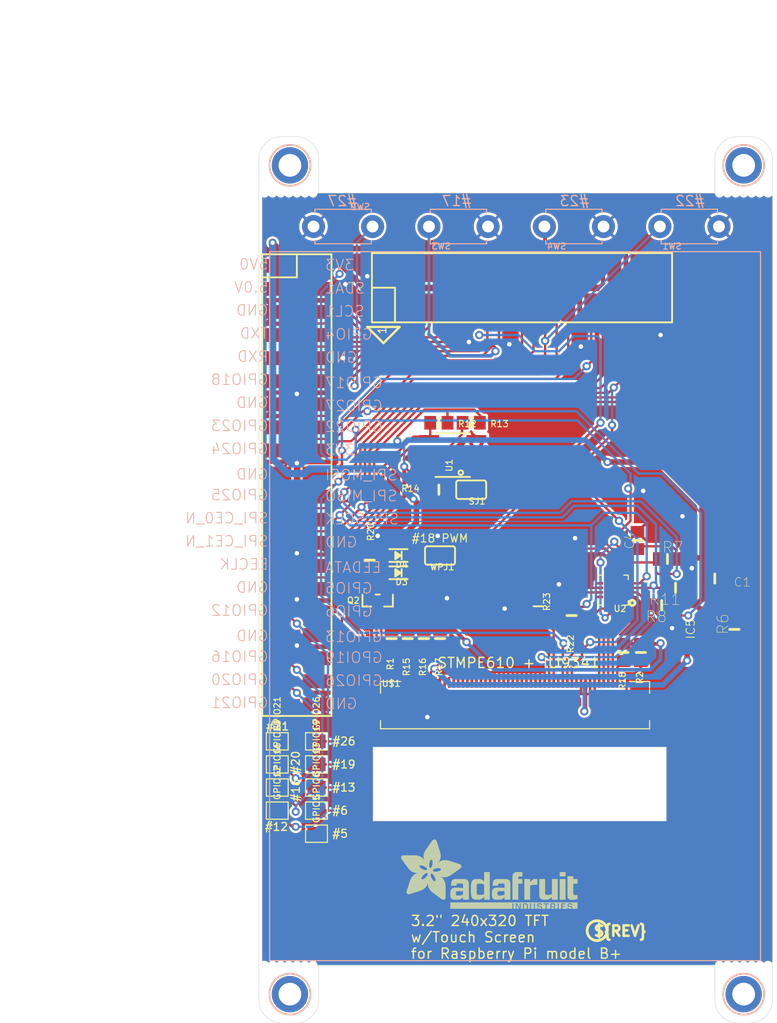
<source format=kicad_pcb>
(kicad_pcb (version 20221018) (generator pcbnew)
  (layers (0 "F.Cu" signal) (1 "In1.Cu" signal) (2 "In2.Cu" signal) (3 "In3.Cu" signal) (4 "In4.Cu" signal) (5 "In5.Cu" signal) (6 "In6.Cu" signal) (7 "In7.Cu" signal) (8 "In8.Cu" signal) (9 "In9.Cu" signal) (10 "In10.Cu" signal) (11 "In11.Cu" signal) (12 "In12.Cu" signal) (13 "In13.Cu" signal) (14 "In14.Cu" signal) (31 "B.Cu" signal) (34 "B.Paste" user) (35 "F.Paste" user) (36 "B.SilkS" user "B.Silkscreen") (37 "F.SilkS" user "F.Silkscreen") (38 "B.Mask" user) (39 "F.Mask" user) (44 "Edge.Cuts" user))
  (net 0 "")
  (net 1 "GND")
  (net 2 "+5V")
  (net 3 "MISO")
  (net 4 "TFT_RST")
  (net 5 "XL")
  (net 6 "XR")
  (net 7 "YU")
  (net 8 "YD")
  (net 9 "RT_CS")
  (net 10 "RT_INT")
  (net 11 "3.3V")
  (net 12 "N$6")
  (net 13 "N$7")
  (net 14 "N$8")
  (net 15 "N$17")
  (net 16 "N$18")
  (net 17 "SCLK")
  (net 18 "MOSI")
  (net 19 "GPIO23")
  (net 20 "GPIO22")
  (net 21 "GPIO27")
  (net 22 "GPIO18")
  (net 23 "TFT_DC")
  (net 24 "TFT_CS")
  (net 25 "N$3")
  (net 26 "EECLK")
  (net 27 "EEDATA")
  (net 28 "N$16")
  (net 29 "N$5")
  (net 30 "GPIO6")
  (net 31 "N$9")
  (net 32 "N$10")
  (net 33 "N$13")
  (net 34 "N$14")
  (net 35 "GPIO16")
  (net 36 "N$15")
  (net 37 "N$19")
  (net 38 "N$20")
  (net 39 "N$21")
  (net 40 "N$22")
  (net 41 "N$23")
  (net 42 "N$24")
  (net 43 "N$25")
  (net 44 "N$26")
  (net 45 "N$28")
  (net 46 "SDI")
  (net 47 "SPICLK")
  (net 48 "N$1")
  (net 49 "N$2")
  (net 50 "GPIO17")
  (footprint "" (layer "F.Cu") (at 173.5836 62.4586)
    (fp_text reference "@HOLE10" hide)
    (fp_text value "")
  )
  (footprint "working:0805-NO" (layer "F.Cu") (at 161.8996 100.6856 90)
    (fp_text reference "C4")
    (fp_text value "0.1uF")
  )
  (footprint "" (layer "F.Cu") (at 172.6946 62.4586)
    (fp_text reference "@HOLE11" hide)
    (fp_text value "")
  )
  (footprint "" (layer "F.Cu") (at 171.8056 147.4216)
    (fp_text reference "@HOLE26" hide)
    (fp_text value "")
  )
  (footprint "working:0805-NO" (layer "F.Cu") (at 136.6266 111.4806 -90)
    (fp_text reference "R15")
    (fp_text value "100")
  )
  (footprint "working:SOD-323" (layer "F.Cu") (at 135.6106 102.3366 180)
    (fp_text reference "D4")
    (fp_text value "1N4148")
  )
  (footprint "" (layer "F.Cu") (at 172.6946 147.4216)
    (fp_text reference "@HOLE25" hide)
    (fp_text value "")
  )
  (footprint "" (layer "F.Cu") (at 123.5456 147.4216)
    (fp_text reference "@HOLE17" hide)
    (fp_text value "")
  )
  (footprint "working:0805-NO" (layer "F.Cu") (at 140.0556 87.7316)
    (fp_text reference "R12")
    (fp_text value "3.9K")
  )
  (footprint "" (layer "F.Cu") (at 122.6566 147.4216)
    (fp_text reference "@HOLE18" hide)
    (fp_text value "")
  )
  (footprint "working:PAD-1.5X2.0" (layer "F.Cu") (at 126.5936 132.9436 90)
    (fp_text reference "GPIO5")
    (fp_text value "")
  )
  (footprint "working:SOT23-WIDE" (layer "F.Cu") (at 133.3246 107.2896 180)
    (fp_text reference "Q2")
    (fp_text value "BSS138")
  )
  (footprint "" (layer "F.Cu") (at 175.3616 147.4216)
    (fp_text reference "@HOLE22" hide)
    (fp_text value "")
  )
  (footprint "working:0805-NO" (layer "F.Cu") (at 172.5676 110.4646 90)
    (fp_text reference "R6")
    (fp_text value "10K")
  )
  (footprint "" (layer "F.Cu") (at 173.5836 147.4216)
    (fp_text reference "@HOLE24" hide)
    (fp_text value "")
  )
  (footprint "" (layer "F.Cu") (at 176.2506 147.4216)
    (fp_text reference "@HOLE21" hide)
    (fp_text value "")
  )
  (footprint "working:PAD-1.5X2.0" (layer "F.Cu") (at 122.2756 130.4036 90)
    (fp_text reference "GPIO12")
    (fp_text value "")
  )
  (footprint "working:0805-NO" (layer "F.Cu") (at 166.0906 105.8926 180)
    (fp_text reference "R11")
    (fp_text value "10K")
  )
  (footprint "working:0805-NO" (layer "F.Cu") (at 162.2806 113.0046 -90)
    (fp_text reference "R2")
    (fp_text value "100")
  )
  (footprint "" (layer "F.Cu") (at 120.8786 62.4586)
    (fp_text reference "@HOLE6" hide)
    (fp_text value "")
  )
  (footprint "" (layer "F.Cu") (at 126.2126 62.4586)
    (fp_text reference "@HOLE0" hide)
    (fp_text value "")
  )
  (footprint "working:0805-NO" (layer "F.Cu") (at 143.6116 87.7316)
    (fp_text reference "R13")
    (fp_text value "3.9K")
  )
  (footprint "" (layer "F.Cu") (at 175.3616 62.4586)
    (fp_text reference "@HOLE8" hide)
    (fp_text value "")
  )
  (footprint "" (layer "F.Cu") (at 123.5456 62.4586)
    (fp_text reference "@HOLE3" hide)
    (fp_text value "")
  )
  (footprint "working:0805-NO" (layer "F.Cu") (at 165.2016 102.7176)
    (fp_text reference "R7")
    (fp_text value "10K")
  )
  (footprint "" (layer "F.Cu") (at 170.9166 62.4586)
    (fp_text reference "@HOLE13" hide)
    (fp_text value "")
  )
  (footprint "" (layer "F.Cu") (at 171.8056 62.4586)
    (fp_text reference "@HOLE12" hide)
    (fp_text value "")
  )
  (footprint "working:PAD-1.5X2.0" (layer "F.Cu") (at 126.5936 122.7836 90)
    (fp_text reference "GPIO26")
    (fp_text value "")
  )
  (footprint "working:_0805MP" (layer "F.Cu") (at 150.9776 107.9246 -90)
    (fp_text reference "R23")
    (fp_text value "22")
  )
  (footprint "working:PAD-1.5X2.0" (layer "F.Cu") (at 126.5936 130.4036 90)
    (fp_text reference "GPIO6")
    (fp_text value "")
  )
  (footprint "working:SOLDERJUMPER_CLOSEDWIRE" (layer "F.Cu") (at 140.1826 102.3366 180)
    (fp_text reference "WPJ1")
    (fp_text value "")
  )
  (footprint "working:SOD-323" (layer "F.Cu") (at 135.6106 104.2416 180)
    (fp_text reference "D3")
    (fp_text value "1N4148")
  )
  (footprint "working:0805-NO" (layer "F.Cu") (at 140.1826 111.4806 -90)
    (fp_text reference "R17")
    (fp_text value "100")
  )
  (footprint "" (layer "F.Cu") (at 121.7676 62.4586)
    (fp_text reference "@HOLE5" hide)
    (fp_text value "")
  )
  (footprint "working:2X13_SMT_MALE" (layer "F.Cu") (at 149.1996 72.8726)
    (fp_text reference "JP1" hide)
    (fp_text value "" hide)
  )
  (footprint "working:0805-NO" (layer "F.Cu") (at 164.5666 107.7976 180)
    (fp_text reference "R8")
    (fp_text value "DNP")
  )
  (footprint "working:PCBFEAT-REV-056" (layer "F.Cu") (at 157.4546 143.6116)
    (fp_text reference "U$19" hide)
    (fp_text value "" hide)
  )
  (footprint "" (layer "F.Cu") (at 125.3236 147.4216)
    (fp_text reference "@HOLE15" hide)
    (fp_text value "")
  )
  (footprint "" (layer "F.Cu") (at 122.6566 62.4586)
    (fp_text reference "@HOLE4" hide)
    (fp_text value "")
  )
  (footprint "" (layer "F.Cu") (at 174.4726 147.4216)
    (fp_text reference "@HOLE23" hide)
    (fp_text value "")
  )
  (footprint "working:0805-NO" (layer "F.Cu") (at 154.6606 108.9406 -90)
    (fp_text reference "R22")
    (fp_text value "22")
  )
  (footprint "working:PAD-1.5X2.0" (layer "F.Cu") (at 126.5936 127.8636 90)
    (fp_text reference "GPIO13")
    (fp_text value "")
  )
  (footprint "" (layer "F.Cu") (at 124.4346 62.4586)
    (fp_text reference "@HOLE2" hide)
    (fp_text value "")
  )
  (footprint "working:PAD-1.5X2.0" (layer "F.Cu") (at 122.2756 125.3236 90)
    (fp_text reference "GPIO20")
    (fp_text value "")
  )
  (footprint "working:0805-NO" (layer "F.Cu") (at 140.0556 95.0976 180)
    (fp_text reference "R14")
    (fp_text value "3.9K")
  )
  (footprint "working:PAD-1.5X2.0" (layer "F.Cu") (at 126.5936 125.3236 90)
    (fp_text reference "GPIO19")
    (fp_text value "")
  )
  (footprint "working:ADAFRUIT_TEXT_20MM" (layer "F.Cu") (at 135.7376 141.1986)
    (fp_text reference "U$23" hide)
    (fp_text value "" hide)
  )
  (footprint "working:0805-NO" (layer "F.Cu") (at 138.4046 111.4806 -90)
    (fp_text reference "R16")
    (fp_text value "100")
  )
  (footprint "working:0805-NO" (layer "F.Cu") (at 134.8486 111.4806 -90)
    (fp_text reference "R1")
    (fp_text value "100")
  )
  (footprint "" (layer "F.Cu") (at 126.2126 147.4216)
    (fp_text reference "@HOLE14" hide)
    (fp_text value "")
  )
  (footprint "working:PAD-1.5X2.0" (layer "F.Cu") (at 122.2756 122.7836 90)
    (fp_text reference "GPIO21")
    (fp_text value "")
  )
  (footprint "working:QFN16_3MM" (layer "F.Cu") (at 159.2326 106.1466 180)
    (fp_text reference "U2")
    (fp_text value "STMPE610")
  )
  (footprint "" (layer "F.Cu") (at 120.8786 147.4216)
    (fp_text reference "@HOLE20" hide)
    (fp_text value "")
  )
  (footprint "" (layer "F.Cu") (at 170.9166 147.4216)
    (fp_text reference "@HOLE27" hide)
    (fp_text value "")
  )
  (footprint "" (layer "F.Cu") (at 174.4726 62.4586)
    (fp_text reference "@HOLE9" hide)
    (fp_text value "")
  )
  (footprint "working:SOLDERJUMPER_CLOSEDWIRE" (layer "F.Cu") (at 143.6116 95.0976 180)
    (fp_text reference "SJ1")
    (fp_text value "WP")
  )
  (footprint "working:FIDUCIAL_1MM" (layer "F.Cu") (at 125.4506 139.6746 180)
    (fp_text reference "U$11" hide)
    (fp_text value "FIDUCIAL\"\"" hide)
  )
  (footprint "" (layer "F.Cu") (at 176.2506 62.4586)
    (fp_text reference "@HOLE7" hide)
    (fp_text value "")
  )
  (footprint "" (layer "F.Cu") (at 124.4346 147.4216)
    (fp_text reference "@HOLE16" hide)
    (fp_text value "")
  )
  (footprint "" (layer "F.Cu") (at 125.3236 62.4586)
    (fp_text reference "@HOLE1" hide)
    (fp_text value "")
  )
  (footprint "working:FIDUCIAL_1MM" (layer "F.Cu") (at 172.3136 75.0316)
    (fp_text reference "U$18" hide)
    (fp_text value "FIDUCIAL\"\"" hide)
  )
  (footprint "working:0805-NO" (layer "F.Cu") (at 170.4086 104.8766)
    (fp_text reference "C1")
    (fp_text value "10uF")
  )
  (footprint "" (layer "F.Cu") (at 121.7676 147.4216)
    (fp_text reference "@HOLE19" hide)
    (fp_text value "")
  )
  (footprint "working:PAD-1.5X2.0" (layer "F.Cu") (at 122.2756 127.8636 90)
    (fp_text reference "GPIO16")
    (fp_text value "")
  )
  (footprint "working:0805-NO" (layer "F.Cu") (at 160.3756 113.0046 -90)
    (fp_text reference "R18")
    (fp_text value "100")
  )
  (footprint "working:SOT23" (layer "F.Cu") (at 169.6466 110.4646)
    (fp_text reference "IC5")
    (fp_text value "AXP803")
  )
  (footprint "working:0805-NO" (layer "F.Cu") (at 132.4356 102.8446 90)
    (fp_text reference "R20")
    (fp_text value "3.9K")
  )
  (footprint "working:FIDUCIAL_1MM" (layer "F.Cu") (at 167.8686 127.6096 90)
    (fp_text reference "U$10" hide)
    (fp_text value "FIDUCIAL\"\"" hide)
  )
  (footprint "working:SOIC8_150MIL" (layer "F.Cu") (at 141.5796 91.2876 90)
    (fp_text reference "U1")
    (fp_text value "CAT24C32")
  )
  (footprint "working:MOUNTINGHOLE_2.5_PLATED_THICK" (layer "B.Cu") (at 173.5836 150.5966 180)
    (fp_text reference "U$17" hide)
    (fp_text value "MOUNTINGHOLE2.5_THICK" hide)
  )
  (footprint "working:TACT_PANA-EVQ" (layer "B.Cu") (at 142.2146 66.1416)
    (fp_text reference "SW3")
    (fp_text value "")
  )
  (footprint "working:TACT_PANA-EVQ" (layer "B.Cu") (at 154.9146 66.1416)
    (fp_text reference "SW4")
    (fp_text value "")
  )
  (footprint "working:RASPBERRYPI_BPLUS_SHIELD_SMT" (layer "B.Cu") (at 177.0126 147.2946 180)
    (fp_text reference "RPI1" hide)
    (fp_text value "RASPBERRYPI_BPLUS_SMT" hide)
  )
  (footprint "working:TACT_PANA-EVQ" (layer "B.Cu") (at 167.6146 66.1416)
    (fp_text reference "SW1")
    (fp_text value "")
  )
  (footprint "working:MOUNTINGHOLE_2.5_PLATED_THICK" (layer "B.Cu") (at 123.6726 150.5966 90)
    (fp_text reference "U$15" hide)
    (fp_text value "MOUNTINGHOLE2.5_THICK" hide)
  )
  (footprint "working:TACT_PANA-EVQ" (layer "B.Cu") (at 129.5146 66.1416 180)
    (fp_text reference "SW2")
    (fp_text value "")
  )
  (footprint "working:TFT_3.2IN_240X320_50PIN" (layer "B.Cu") (at 148.4376 106.9086 180)
    (fp_text reference "U$1")
    (fp_text value "DISP_LCD_6LED_240X320_50PIN")
  )
  (footprint "working:MOUNTINGHOLE_2.5_PLATED_THICK" (layer "B.Cu") (at 123.6726 59.4106 180)
    (fp_text reference "U$20" hide)
    (fp_text value "MOUNTINGHOLE2.5_THICK" hide)
  )
  (footprint "working:MOUNTINGHOLE_2.5_PLATED_THICK" (layer "B.Cu") (at 173.5836 59.4106 90)
    (fp_text reference "U$16" hide)
    (fp_text value "MOUNTINGHOLE2.5_THICK" hide)
  )
  (gr_line (start 132.1816 77.1906) (end 135.7376 77.1906) (stroke (width 0.254)) (layer "F.SilkS"))
  (gr_line (start 135.7376 77.1906) (end 133.9596 78.9686) (stroke (width 0.254)) (layer "F.SilkS"))
  (gr_line (start 133.9596 78.9686) (end 132.1816 77.1906) (stroke (width 0.254)) (layer "F.SilkS"))
  (gr_line (start 165.0746 123.4186) (end 132.8166 123.4186) (stroke (width 0.05)) (layer "Edge.Cuts"))
  (gr_arc (start 126.8476 151.2316) (mid 126.103651 153.027651) (end 124.3076 153.7716) (stroke (width 0.05)) (layer "Edge.Cuts"))
  (gr_arc (start 120.2436 58.7756) (mid 120.987549 56.979549) (end 122.7836 56.2356) (stroke (width 0.05)) (layer "Edge.Cuts"))
  (gr_line (start 170.4086 62.4586) (end 170.4086 58.7756) (stroke (width 0.05)) (layer "Edge.Cuts"))
  (gr_line (start 132.8166 131.5466) (end 165.0746 131.5466) (stroke (width 0.05)) (layer "Edge.Cuts"))
  (gr_arc (start 176.7586 151.2316) (mid 176.014651 153.027651) (end 174.2186 153.7716) (stroke (width 0.05)) (layer "Edge.Cuts"))
  (gr_line (start 120.2436 151.2316) (end 120.2436 58.7756) (stroke (width 0.05)) (layer "Edge.Cuts"))
  (gr_line (start 172.9486 56.2356) (end 174.2186 56.2356) (stroke (width 0.05)) (layer "Edge.Cuts"))
  (gr_arc (start 170.4086 58.7756) (mid 171.152549 56.979549) (end 172.9486 56.2356) (stroke (width 0.05)) (layer "Edge.Cuts"))
  (gr_arc (start 124.3076 56.2356) (mid 126.103651 56.979549) (end 126.8476 58.7756) (stroke (width 0.05)) (layer "Edge.Cuts"))
  (gr_line (start 170.4086 147.4216) (end 126.8476 147.4216) (stroke (width 0.05)) (layer "Edge.Cuts"))
  (gr_line (start 122.7836 56.2356) (end 124.3076 56.2356) (stroke (width 0.05)) (layer "Edge.Cuts"))
  (gr_line (start 132.8166 123.4186) (end 132.8166 131.5466) (stroke (width 0.05)) (layer "Edge.Cuts"))
  (gr_line (start 170.4086 151.2316) (end 170.4086 147.4216) (stroke (width 0.05)) (layer "Edge.Cuts"))
  (gr_arc (start 172.9486 153.7716) (mid 171.152549 153.027651) (end 170.4086 151.2316) (stroke (width 0.05)) (layer "Edge.Cuts"))
  (gr_line (start 126.8476 147.4216) (end 126.8476 151.2316) (stroke (width 0.05)) (layer "Edge.Cuts"))
  (gr_line (start 124.3076 153.7716) (end 122.7836 153.7716) (stroke (width 0.05)) (layer "Edge.Cuts"))
  (gr_arc (start 122.7836 153.7716) (mid 120.987549 153.027651) (end 120.2436 151.2316) (stroke (width 0.05)) (layer "Edge.Cuts"))
  (gr_arc (start 174.2186 56.2356) (mid 176.014651 56.979549) (end 176.7586 58.7756) (stroke (width 0.05)) (layer "Edge.Cuts"))
  (gr_line (start 174.2186 153.7716) (end 172.9486 153.7716) (stroke (width 0.05)) (layer "Edge.Cuts"))
  (gr_line (start 176.7586 58.7756) (end 176.7586 151.2316) (stroke (width 0.05)) (layer "Edge.Cuts"))
  (gr_line (start 126.8476 62.4586) (end 170.4086 62.4586) (stroke (width 0.05)) (layer "Edge.Cuts"))
  (gr_line (start 126.8476 58.7756) (end 126.8476 62.4586) (stroke (width 0.05)) (layer "Edge.Cuts"))
  (gr_line (start 165.0746 131.5466) (end 165.0746 123.4186) (stroke (width 0.05)) (layer "Edge.Cuts"))
  (gr_text "#17" (at 143.7386 63.9826) (layer "B.SilkS") (effects (font (size 1.1176 1.1176) (thickness 0.1524)) (justify left bottom mirror)))
  (gr_text "#23" (at 156.6926 63.9826) (layer "B.SilkS") (effects (font (size 1.1176 1.1176) (thickness 0.1524)) (justify left bottom mirror)))
  (gr_text "#27" (at 131.1656 63.9826) (layer "B.SilkS") (effects (font (size 1.1176 1.1176) (thickness 0.1524)) (justify left bottom mirror)))
  (gr_text "#22" (at 169.3926 63.9826) (layer "B.SilkS") (effects (font (size 1.1176 1.1176) (thickness 0.1524)) (justify left bottom mirror)))
  (gr_text "#12" (at 123.5456 131.6736) (layer "F.SilkS") (effects (font (size 0.87376 0.87376) (thickness 0.14224)) (justify right top)))
  (gr_text "#26" (at 128.2446 123.2916) (layer "F.SilkS") (effects (font (size 0.87376 0.87376) (thickness 0.14224)) (justify left bottom)))
  (gr_text "1" (at 134.3406 78.0796 90) (layer "F.SilkS") (effects (font (size 0.89408 0.89408) (thickness 0.12192)) (justify left bottom)))
  (gr_text "#20" (at 124.8156 126.4666 90) (layer "F.SilkS") (effects (font (size 0.87376 0.87376) (thickness 0.14224)) (justify left bottom)))
  (gr_text "3.2\" 240x320 TFT\nw/Touch Screen\nfor Raspberry Pi model B+" (at 136.8806 146.7866) (layer "F.SilkS") (effects (font (size 1.1176 1.1176) (thickness 0.1524)) (justify left bottom)))
  (gr_text "#13" (at 128.2446 128.3716) (layer "F.SilkS") (effects (font (size 0.87376 0.87376) (thickness 0.14224)) (justify left bottom)))
  (gr_text "#19" (at 128.2446 125.8316) (layer "F.SilkS") (effects (font (size 0.87376 0.87376) (thickness 0.14224)) (justify left bottom)))
  (gr_text "#21" (at 123.6726 120.6246) (layer "F.SilkS") (effects (font (size 0.87376 0.87376) (thickness 0.14224)) (justify right top)))
  (gr_text "#16" (at 124.8156 129.5146 90) (layer "F.SilkS") (effects (font (size 0.87376 0.87376) (thickness 0.14224)) (justify left bottom)))
  (gr_text "#5" (at 128.2446 133.4516) (layer "F.SilkS") (effects (font (size 0.87376 0.87376) (thickness 0.14224)) (justify left bottom)))
  (gr_text "#6" (at 128.2446 130.9116) (layer "F.SilkS") (effects (font (size 0.87376 0.87376) (thickness 0.14224)) (justify left bottom)))
  (gr_text "STMPE610 + ILI9341" (at 148.8186 114.1476) (layer "F.SilkS") (effects (font (size 1.1176 1.1176) (thickness 0.1524))))
  (gr_text "#18 PWM" (at 143.3576 99.9236) (layer "F.SilkS") (effects (font (size 0.89408 0.89408) (thickness 0.12192)) (justify right top)))
  (segment (start 157.2006 116.3116) (end 157.2006 117.5526) (width 0.254) (layer "F.Cu") (net 1))
  (segment (start 155.4186 105.8966) (end 155.0336 105.5116) (width 0.254) (layer "F.Cu") (net 1))
  (segment (start 155.0336 105.5116) (end 153.2636 105.5116) (width 0.254) (layer "F.Cu") (net 1))
  (segment (start 157.7326 105.8966) (end 155.4186 105.8966) (width 0.254) (layer "F.Cu") (net 1))
  (segment (start 157.2006 119.6086) (end 157.2006 117.8306) (width 0.254) (layer "F.Cu") (net 1))
  (segment (start 157.2006 117.8306) (end 157.2006 117.5526) (width 0.254) (layer "F.Cu") (net 1))
  (segment (start 160.6876 119.6086) (end 157.2006 119.6086) (width 0.254) (layer "F.Cu") (net 1))
  (segment (start 138.6876 116.2986) (end 138.6876 120.1166) (width 0.254) (layer "F.Cu") (net 1))
  (segment (start 157.1876 116.2986) (end 157.2006 116.3116) (width 0.254) (layer "F.Cu") (net 1))
  (segment (start 138.6876 120.1166) (end 138.7856 120.1166) (width 0.254) (layer "F.Cu") (net 1))
  (segment (start 160.6876 116.2986) (end 160.6876 119.6086) (width 0.254) (layer "F.Cu") (net 1))
  (via (at 165.7096 110.3376) (size 0.889) (drill 0.4826) (layers "F.Cu" "B.Cu") (net 1))
  (via (at 132.1816 71.6026) (size 0.9064) (drill 0.5) (layers "F.Cu" "B.Cu") (net 1))
  (via (at 164.4396 78.0796) (size 0.9064) (drill 0.5) (layers "F.Cu" "B.Cu") (net 1))
  (via (at 166.8526 98.0186) (size 0.889) (drill 0.4826) (layers "F.Cu" "B.Cu") (net 1))
  (via (at 155.6766 79.3496) (size 0.9064) (drill 0.5) (layers "F.Cu" "B.Cu") (net 1))
  (via (at 147.2946 108.1786) (size 0.9064) (drill 0.5) (layers "F.Cu" "B.Cu") (net 1))
  (via (at 155.0416 100.4316) (size 0.9064) (drill 0.5) (layers "F.Cu" "B.Cu") (net 1))
  (via (at 124.4346 84.5566) (size 0.9064) (drill 0.5) (layers "F.Cu" "B.Cu") (net 1))
  (via (at 167.8686 103.7336) (size 0.9064) (drill 0.5) (layers "F.Cu" "B.Cu") (net 1))
  (via (at 162.5346 95.2246) (size 0.9064) (drill 0.5) (layers "F.Cu" "B.Cu") (net 1))
  (via (at 124.4346 107.1626) (size 0.9064) (drill 0.5) (layers "F.Cu" "B.Cu") (net 1))
  (via (at 129.5146 80.6196) (size 0.9064) (drill 0.5) (layers "F.Cu" "B.Cu") (net 1))
  (via (at 139.9286 100.1776) (size 0.9064) (drill 0.5) (layers "F.Cu" "B.Cu") (net 1))
  (via (at 124.4346 92.1766) (size 0.9064) (drill 0.5) (layers "F.Cu" "B.Cu") (net 1))
  (via (at 133.3246 100.1776) (size 0.9064) (drill 0.5) (layers "F.Cu" "B.Cu") (net 1))
  (via (at 124.4346 112.2426) (size 0.9064) (drill 0.5) (layers "F.Cu" "B.Cu") (net 1))
  (via (at 153.2636 105.5116) (size 0.9064) (drill 0.5) (layers "F.Cu" "B.Cu") (net 1))
  (via (at 129.7686 72.4916) (size 0.9064) (drill 0.5) (layers "F.Cu" "B.Cu") (net 1))
  (via (at 147.8026 79.0956) (size 0.9064) (drill 0.5) (layers "F.Cu" "B.Cu") (net 1))
  (via (at 143.3576 78.8416) (size 0.9064) (drill 0.5) (layers "F.Cu" "B.Cu") (net 1))
  (via (at 124.4346 102.0826) (size 0.9064) (drill 0.5) (layers "F.Cu" "B.Cu") (net 1))
  (via (at 140.9446 107.0356) (size 0.9064) (drill 0.5) (layers "F.Cu" "B.Cu") (net 1))
  (via (at 138.7856 120.1166) (size 0.9064) (drill 0.5) (layers "F.Cu" "B.Cu") (net 1))
  (segment (start 122.4026 68.5546) (end 131.8006 68.5546) (width 0.6096) (layer "F.Cu") (net 2))
  (segment (start 122.2756 70.4596) (end 122.2756 68.6816) (width 0.6096) (layer "F.Cu") (net 2))
  (segment (start 141.7726 110.5306) (end 143.1036 111.8616) (width 0.4064) (layer "F.Cu") (net 2))
  (segment (start 164.3736 112.0546) (end 162.2806 112.0546) (width 0.4064) (layer "F.Cu") (net 2))
  (segment (start 121.7676 67.9196) (end 122.4026 68.5546) (width 0.6096) (layer "F.Cu") (net 2))
  (segment (start 135.6106 100.6856) (end 135.6106 110.4036) (width 0.6096) (layer "F.Cu") (net 2))
  (segment (start 134.8486 110.5306) (end 135.7376 110.5306) (width 0.4064) (layer "F.Cu") (net 2))
  (segment (start 137.5766 98.7196) (end 135.6106 100.6856) (width 0.6096) (layer "F.Cu") (net 2))
  (segment (start 133.9596 70.7136) (end 136.4996 70.7136) (width 0.6096) (layer "F.Cu") (net 2))
  (segment (start 122.2756 72.9996) (end 122.2756 70.4596) (width 0.6096) (layer "F.Cu") (net 2))
  (segment (start 135.6106 110.4036) (end 135.7376 110.5306) (width 0.6096) (layer "F.Cu") (net 2))
  (segment (start 140.1826 110.5306) (end 141.7726 110.5306) (width 0.4064) (layer "F.Cu") (net 2))
  (segment (start 136.6266 110.5306) (end 138.4046 110.5306) (width 0.4064) (layer "F.Cu") (net 2))
  (segment (start 137.5766 96.4286) (end 137.2616 96.1136) (width 0.6096) (layer "F.Cu") (net 2))
  (segment (start 137.5766 96.4286) (end 137.5766 98.7196) (width 0.6096) (layer "F.Cu") (net 2))
  (segment (start 138.4046 110.5306) (end 140.1826 110.5306) (width 0.4064) (layer "F.Cu") (net 2))
  (segment (start 164.4396 111.9886) (end 164.3736 112.0546) (width 0.4064) (layer "F.Cu") (net 2))
  (segment (start 131.8006 68.5546) (end 133.9596 70.7136) (width 0.6096) (layer "F.Cu") (net 2))
  (segment (start 122.2756 68.6816) (end 122.4026 68.5546) (width 0.6096) (layer "F.Cu") (net 2))
  (segment (start 160.3756 112.0546) (end 162.2806 112.0546) (width 0.4064) (layer "F.Cu") (net 2))
  (segment (start 135.7376 110.5306) (end 136.6266 110.5306) (width 0.4064) (layer "F.Cu") (net 2))
  (via (at 137.2616 96.1136) (size 0.889) (drill 0.4826) (layers "F.Cu" "B.Cu") (net 2))
  (via (at 143.1036 111.8616) (size 0.9064) (drill 0.5) (layers "F.Cu" "B.Cu") (net 2))
  (via (at 164.4396 111.9886) (size 0.9064) (drill 0.5) (layers "F.Cu" "B.Cu") (net 2))
  (via (at 121.7676 67.9196) (size 0.889) (drill 0.4826) (layers "F.Cu" "B.Cu") (net 2))
  (segment (start 133.9596 92.8116) (end 137.2616 96.1136) (width 0.8128) (layer "B.Cu") (net 2))
  (segment (start 146.1516 114.9096) (end 163.2966 114.9096) (width 0.4064) (layer "B.Cu") (net 2))
  (segment (start 164.4396 113.7666) (end 164.4396 111.9886) (width 0.4064) (layer "B.Cu") (net 2))
  (segment (start 121.7676 91.6686) (end 121.7676 67.9196) (width 0.8128) (layer "B.Cu") (net 2))
  (segment (start 123.4186 93.3196) (end 125.3236 93.3196) (width 0.8128) (layer "B.Cu") (net 2))
  (segment (start 163.2966 114.9096) (end 164.4396 113.7666) (width 0.4064) (layer "B.Cu") (net 2))
  (segment (start 125.3236 93.3196) (end 125.8316 92.8116) (width 0.8128) (layer "B.Cu") (net 2))
  (segment (start 143.1036 111.8616) (end 146.1516 114.9096) (width 0.4064) (layer "B.Cu") (net 2))
  (segment (start 125.8316 92.8116) (end 133.9596 92.8116) (width 0.8128) (layer "B.Cu") (net 2))
  (segment (start 123.4186 93.3196) (end 121.7676 91.6686) (width 0.8128) (layer "B.Cu") (net 2))
  (segment (start 157.8356 83.9216) (end 159.3596 82.3976) (width 0.254) (layer "F.Cu") (net 3))
  (segment (start 131.4196 90.2716) (end 131.4196 93.5736) (width 0.254) (layer "F.Cu") (net 3))
  (segment (start 160.7326 105.8966) (end 163.4196 105.8966) (width 0.254) (layer "F.Cu") (net 3))
  (segment (start 129.6416 95.3516) (end 129.1336 95.8596) (width 0.254) (layer "F.Cu") (net 3))
  (segment (start 131.4196 93.5736) (end 129.6416 95.3516) (width 0.254) (layer "F.Cu") (net 3))
  (segment (start 152.1876 114.3416) (end 151.3586 113.5126) (width 0.254) (layer "F.Cu") (net 3))
  (segment (start 165.1406 105.8926) (end 163.9316 105.8926) (width 0.254) (layer "F.Cu") (net 3))
  (segment (start 129.1336 95.8596) (end 126.5936 95.8596) (width 0.254) (layer "F.Cu") (net 3))
  (segment (start 163.9316 105.8926) (end 163.6776 105.6386) (width 0.254) (layer "F.Cu") (net 3))
  (segment (start 137.7696 83.9216) (end 157.8356 83.9216) (width 0.254) (layer "F.Cu") (net 3))
  (segment (start 159.3596 82.3976) (end 159.3596 75.0316) (width 0.254) (layer "F.Cu") (net 3))
  (segment (start 152.1876 116.2986) (end 152.1876 114.3416) (width 0.254) (layer "F.Cu") (net 3))
  (segment (start 137.7696 83.9216) (end 131.4196 90.2716) (width 0.254) (layer "F.Cu") (net 3))
  (segment (start 163.4196 105.8966) (end 163.6776 105.6386) (width 0.254) (layer "F.Cu") (net 3))
  (via (at 151.3586 113.5126) (size 0.9064) (drill 0.5) (layers "F.Cu" "B.Cu") (net 3))
  (via (at 129.6416 95.3516) (size 0.889) (drill 0.4826) (layers "F.Cu" "B.Cu") (net 3))
  (via (at 163.6776 105.6386) (size 0.9064) (drill 0.5) (layers "F.Cu" "B.Cu") (net 3))
  (segment (start 129.6416 96.6216) (end 129.6416 95.3516) (width 0.254) (layer "B.Cu") (net 3))
  (segment (start 131.1656 98.1456) (end 129.6416 96.6216) (width 0.254) (layer "B.Cu") (net 3))
  (segment (start 159.4866 113.5126) (end 163.6776 109.3216) (width 0.254) (layer "B.Cu") (net 3))
  (segment (start 154.9146 96.8756) (end 161.8996 96.8756) (width 0.254) (layer "B.Cu") (net 3))
  (segment (start 161.8996 96.8756) (end 163.9316 98.9076) (width 0.254) (layer "B.Cu") (net 3))
  (segment (start 151.3586 113.5126) (end 159.4866 113.5126) (width 0.254) (layer "B.Cu") (net 3))
  (segment (start 153.6446 98.1456) (end 154.9146 96.8756) (width 0.254) (layer "B.Cu") (net 3))
  (segment (start 163.6776 109.3216) (end 163.6776 105.6386) (width 0.254) (layer "B.Cu") (net 3))
  (segment (start 163.6776 105.6386) (end 163.9316 105.3846) (width 0.254) (layer "B.Cu") (net 3))
  (segment (start 131.1656 98.1456) (end 153.6446 98.1456) (width 0.254) (layer "B.Cu") (net 3))
  (segment (start 163.9316 105.3846) (end 163.9316 98.9076) (width 0.254) (layer "B.Cu") (net 3))
  (segment (start 140.6876 120.8756) (end 140.6876 116.2986) (width 0.254) (layer "F.Cu") (net 4))
  (segment (start 141.8336 122.0216) (end 140.6876 120.8756) (width 0.254) (layer "F.Cu") (net 4))
  (segment (start 170.5966 115.3566) (end 170.5966 111.5646) (width 0.254) (layer "F.Cu") (net 4))
  (segment (start 170.7466 111.4146) (end 172.5676 111.4146) (width 0.254) (layer "F.Cu") (net 4))
  (segment (start 170.5966 115.3566) (end 163.9316 122.0216) (width 0.254) (layer "F.Cu") (net 4))
  (segment (start 163.9316 122.0216) (end 141.8336 122.0216) (width 0.254) (layer "F.Cu") (net 4))
  (segment (start 170.5966 111.5646) (end 170.7466 111.4146) (width 0.254) (layer "F.Cu") (net 4))
  (segment (start 158.6876 110.8826) (end 159.9826 109.5876) (width 0.254) (layer "F.Cu") (net 5))
  (segment (start 158.6876 110.8826) (end 158.6876 116.2986) (width 0.254) (layer "F.Cu") (net 5))
  (segment (start 159.9826 107.6466) (end 159.9826 109.5876) (width 0.254) (layer "F.Cu") (net 5))
  (segment (start 157.3276 108.6866) (end 157.8356 108.1786) (width 0.254) (layer "F.Cu") (net 6))
  (segment (start 158.4826 107.6466) (end 158.4826 108.0396) (width 0.254) (layer "F.Cu") (net 6))
  (segment (start 157.3276 109.9566) (end 157.6876 110.3166) (width 0.254) (layer "F.Cu") (net 6))
  (segment (start 158.4826 108.0396) (end 158.3436 108.1786) (width 0.254) (layer "F.Cu") (net 6))
  (segment (start 157.6876 110.3166) (end 157.6876 116.2986) (width 0.254) (layer "F.Cu") (net 6))
  (segment (start 157.3276 109.9566) (end 157.3276 108.6866) (width 0.254) (layer "F.Cu") (net 6))
  (segment (start 157.8356 108.1786) (end 158.3436 108.1786) (width 0.254) (layer "F.Cu") (net 6))
  (segment (start 159.1876 111.1446) (end 159.1876 116.2986) (width 0.254) (layer "F.Cu") (net 7))
  (segment (start 160.7326 106.8966) (end 160.7326 109.5996) (width 0.254) (layer "F.Cu") (net 7))
  (segment (start 159.1876 111.1446) (end 160.7326 109.5996) (width 0.254) (layer "F.Cu") (net 7))
  (segment (start 158.1876 110.6206) (end 158.1876 116.2986) (width 0.254) (layer "F.Cu") (net 8))
  (segment (start 158.1876 110.6206) (end 159.4826 109.3256) (width 0.254) (layer "F.Cu") (net 8))
  (segment (start 159.4826 107.6466) (end 159.4826 109.3256) (width 0.254) (layer "F.Cu") (net 8))
  (segment (start 128.8796 99.6696) (end 123.5456 99.6696) (width 0.254) (layer "F.Cu") (net 9))
  (segment (start 131.5466 97.0026) (end 128.8796 99.6696) (width 0.254) (layer "F.Cu") (net 9))
  (segment (start 163.8706 103.0986) (end 164.2516 102.7176) (width 0.254) (layer "F.Cu") (net 9))
  (segment (start 132.9436 95.6056) (end 131.5466 97.0026) (width 0.254) (layer "F.Cu") (net 9))
  (segment (start 163.1696 85.4456) (end 165.9636 82.6516) (width 0.254) (layer "F.Cu") (net 9))
  (segment (start 164.1856 104.3686) (end 166.2176 104.3686) (width 0.254) (layer "F.Cu") (net 9))
  (segment (start 159.9826 104.6466) (end 159.9826 103.2376) (width 0.254) (layer "F.Cu") (net 9))
  (segment (start 138.5316 85.4456) (end 163.1696 85.4456) (width 0.254) (layer "F.Cu") (net 9))
  (segment (start 165.9636 82.6516) (end 165.9636 70.7136) (width 0.254) (layer "F.Cu") (net 9))
  (segment (start 138.5316 85.4456) (end 132.9436 91.0336) (width 0.254) (layer "F.Cu") (net 9))
  (segment (start 165.9636 70.7136) (end 164.4396 70.7136) (width 0.254) (layer "F.Cu") (net 9))
  (segment (start 163.9316 104.1146) (end 163.9316 103.0376) (width 0.254) (layer "F.Cu") (net 9))
  (segment (start 163.9316 103.0376) (end 164.2516 102.7176) (width 0.254) (layer "F.Cu") (net 9))
  (segment (start 163.9316 104.1146) (end 164.1856 104.3686) (width 0.254) (layer "F.Cu") (net 9))
  (segment (start 132.9436 91.0336) (end 132.9436 95.6056) (width 0.254) (layer "F.Cu") (net 9))
  (segment (start 160.1216 103.0986) (end 163.8706 103.0986) (width 0.254) (layer "F.Cu") (net 9))
  (segment (start 123.5456 99.6696) (end 122.2756 100.9396) (width 0.254) (layer "F.Cu") (net 9))
  (segment (start 159.9826 103.2376) (end 160.1216 103.0986) (width 0.254) (layer "F.Cu") (net 9))
  (via (at 166.2176 104.3686) (size 0.9064) (drill 0.5) (layers "F.Cu" "B.Cu") (net 9))
  (via (at 131.5466 97.0026) (size 0.889) (drill 0.4826) (layers "F.Cu" "B.Cu") (net 9))
  (segment (start 132.1816 97.6376) (end 153.3906 97.6376) (width 0.254) (layer "B.Cu") (net 9))
  (segment (start 154.6606 96.3676) (end 162.2806 96.3676) (width 0.254) (layer "B.Cu") (net 9))
  (segment (start 153.3906 97.6376) (end 154.6606 96.3676) (width 0.254) (layer "B.Cu") (net 9))
  (segment (start 132.1816 97.6376) (end 131.5466 97.0026) (width 0.254) (layer "B.Cu") (net 9))
  (segment (start 162.2806 96.3676) (end 166.2176 100.3046) (width 0.254) (layer "B.Cu") (net 9))
  (segment (start 166.2176 104.3686) (end 166.2176 100.3046) (width 0.254) (layer "B.Cu") (net 9))
  (segment (start 132.1816 86.4616) (end 131.6736 86.4616) (width 0.254) (layer "F.Cu") (net 10))
  (segment (start 123.5456 89.5096) (end 122.2756 90.7796) (width 0.254) (layer "F.Cu") (net 10))
  (segment (start 132.9436 86.4616) (end 132.1816 86.4616) (width 0.254) (layer "F.Cu") (net 10))
  (segment (start 161.8956 106.3966) (end 163.2966 107.7976) (width 0.254) (layer "F.Cu") (net 10))
  (segment (start 151.3586 82.3976) (end 153.0096 80.7466) (width 0.254) (layer "F.Cu") (net 10))
  (segment (start 137.0076 82.3976) (end 151.3586 82.3976) (width 0.254) (layer "F.Cu") (net 10))
  (segment (start 153.0096 80.7466) (end 153.0096 72.8726) (width 0.254) (layer "F.Cu") (net 10))
  (segment (start 167.4876 108.9406) (end 164.1856 108.9406) (width 0.254) (layer "F.Cu") (net 10))
  (segment (start 160.7326 106.3966) (end 161.8956 106.3966) (width 0.254) (layer "F.Cu") (net 10))
  (segment (start 164.1856 108.9406) (end 163.6166 108.3716) (width 0.254) (layer "F.Cu") (net 10))
  (segment (start 132.9436 86.4616) (end 137.0076 82.3976) (width 0.254) (layer "F.Cu") (net 10))
  (segment (start 154.2796 71.6026) (end 154.2796 70.7136) (width 0.254) (layer "F.Cu") (net 10))
  (segment (start 128.6256 89.5096) (end 123.5456 89.5096) (width 0.254) (layer "F.Cu") (net 10))
  (segment (start 163.6166 107.7976) (end 163.6166 108.3716) (width 0.254) (layer "F.Cu") (net 10))
  (segment (start 131.6736 86.4616) (end 128.6256 89.5096) (width 0.254) (layer "F.Cu") (net 10))
  (segment (start 153.0096 72.8726) (end 154.2796 71.6026) (width 0.254) (layer "F.Cu") (net 10))
  (segment (start 163.2966 107.7976) (end 163.6166 107.7976) (width 0.254) (layer "F.Cu") (net 10))
  (via (at 132.1816 86.4616) (size 0.9064) (drill 0.5) (layers "F.Cu" "B.Cu") (net 10))
  (via (at 167.4876 108.9406) (size 0.889) (drill 0.4826) (layers "F.Cu" "B.Cu") (net 10))
  (segment (start 155.1686 86.4616) (end 162.0266 93.3196) (width 0.254) (layer "B.Cu") (net 10))
  (segment (start 162.0266 93.3196) (end 164.5666 93.3196) (width 0.254) (layer "B.Cu") (net 10))
  (segment (start 168.8846 107.5436) (end 167.4876 108.9406) (width 0.254) (layer "B.Cu") (net 10))
  (segment (start 132.1816 86.4616) (end 155.1686 86.4616) (width 0.254) (layer "B.Cu") (net 10))
  (segment (start 164.5666 93.3196) (end 168.8846 97.6376) (width 0.254) (layer "B.Cu") (net 10))
  (segment (start 168.8846 97.6376) (end 168.8846 107.5436) (width 0.254) (layer "B.Cu") (net 10))
  (segment (start 136.2456 95.8596) (end 136.2456 92.5576) (width 0.4064) (layer "F.Cu") (net 11))
  (segment (start 167.3606 110.5916) (end 167.9956 109.9566) (width 0.6096) (layer "F.Cu") (net 11))
  (segment (start 157.8356 105.2936) (end 157.8356 103.0986) (width 0.254) (layer "F.Cu") (net 11))
  (segment (start 143.9316 86.2736) (end 144.6276 86.9696) (width 0.254) (layer "F.Cu") (net 11))
  (segment (start 156.1876 119.3516) (end 156.0576 119.4816) (width 0.4064) (layer "F.Cu") (net 11))
  (segment (start 169.0546 109.9566) (end 169.6466 109.3646) (width 0.6096) (layer "F.Cu") (net 11))
  (segment (start 166.1516 101.7626) (end 165.7096 101.3206) (width 0.254) (layer "F.Cu") (net 11))
  (segment (start 158.9826 107.6466) (end 158.9826 108.5556) (width 0.254) (layer "F.Cu") (net 11))
  (segment (start 138.4656 86.2736) (end 135.4836 89.2556) (width 0.254) (layer "F.Cu") (net 11))
  (segment (start 129.1336 70.2056) (end 133.9596 75.0316) (width 0.6096) (layer "F.Cu") (net 11))
  (segment (start 152.8826 82.9056) (end 154.2796 81.5086) (width 0.254) (layer "F.Cu") (net 11))
  (segment (start 159.4826 104.6466) (end 159.4826 102.2136) (width 0.254) (layer "F.Cu") (net 11))
  (segment (start 139.6876 116.0526) (end 139.1876 116.0526) (width 0.254) (layer "F.Cu") (net 11))
  (segment (start 141.0056 87.7316) (end 141.0056 86.4616) (width 0.254) (layer "F.Cu") (net 11))
  (segment (start 165.7096 101.3206) (end 162.2146 101.3206) (width 0.254) (layer "F.Cu") (net 11))
  (segment (start 166.2176 102.6516) (end 166.1516 102.7176) (width 0.254) (layer "F.Cu") (net 11))
  (segment (start 155.6876 117.5766) (end 156.1876 117.5766) (width 0.254) (layer "F.Cu") (net 11))
  (segment (start 169.4586 104.8766) (end 169.0116 104.8766) (width 0.254) (layer "F.Cu") (net 11))
  (segment (start 169.7966 109.5146) (end 172.5676 109.5146) (width 0.6096) (layer "F.Cu") (net 11))
  (segment (start 165.5166 107.7976) (end 168.3766 107.7976) (width 0.6096) (layer "F.Cu") (net 11))
  (segment (start 139.1876 115.1426) (end 139.5476 114.7826) (width 0.254) (layer "F.Cu") (net 11))
  (segment (start 168.3766 107.7976) (end 169.0751 107.0991) (width 0.6096) (layer "F.Cu") (net 11))
  (segment (start 159.4826 102.2136) (end 160.0606 101.6356) (width 0.254) (layer "F.Cu") (net 11))
  (segment (start 166.2786 102.5906) (end 169.0116 102.5906) (width 0.6096) (layer "F.Cu") (net 11))
  (segment (start 156.6926 117.5526) (end 156.6876 117.5476) (width 0.254) (layer "F.Cu") (net 11))
  (segment (start 159.3596 100.9346) (end 160.0606 101.6356) (width 0.254) (layer "F.Cu") (net 11))
  (segment (start 130.4036 89.7636) (end 130.9116 89.2556) (width 0.254) (layer "F.Cu") (net 11))
  (segment (start 154.2796 81.5086) (end 154.2796 75.0316) (width 0.254) (layer "F.Cu") (net 11))
  (segment (start 140.1876 116.2986) (end 140.1876 116.0526) (width 0.254) (layer "F.Cu") (net 11))
  (segment (start 140.8176 86.2736) (end 143.9316 86.2736) (width 0.254) (layer "F.Cu") (net 11))
  (segment (start 139.1876 116.0526) (end 139.1876 115.1426) (width 0.254) (layer "F.Cu") (net 11))
  (segment (start 167.9956 109.9566) (end 169.0546 109.9566) (width 0.6096) (layer "F.Cu") (net 11))
  (segment (start 130.9116 89.2556) (end 130.9116 88.4936) (width 0.254) (layer "F.Cu") (net 11))
  (segment (start 169.0116 96.6216) (end 164.4396 92.0496) (width 0.6096) (layer "F.Cu") (net 11))
  (segment (start 130.4036 89.7636) (end 129.1336 89.7636) (width 0.254) (layer "F.Cu") (net 11))
  (segment (start 157.7326 105.3966) (end 157.8356 105.2936) (width 0.254) (layer "F.Cu") (net 11))
  (segment (start 161.8996 101.6356) (end 160.0606 101.6356) (width 0.254) (layer "F.Cu") (net 11))
  (segment (start 138.9796 93.1926) (end 136.8806 93.1926) (width 0.254) (layer "F.Cu") (net 11))
  (segment (start 167.3606 113.8936) (end 167.3606 110.5916) (width 0.6096) (layer "F.Cu") (net 11))
  (segment (start 156.1876 116.2986) (end 156.1876 117.5766) (width 0.4064) (layer "F.Cu") (net 11))
  (segment (start 128.1176 90.7796) (end 126.5936 90.7796) (width 0.254) (layer "F.Cu") (net 11))
  (segment (start 155.6876 116.2986) (end 155.6876 117.5766) (width 0.254) (layer "F.Cu") (net 11))
  (segment (start 139.1876 116.2986) (end 139.1876 116.0526) (width 0.254) (layer "F.Cu") (net 11))
  (segment (start 140.1876 116.0526) (end 139.6876 116.0526) (width 0.254) (layer "F.Cu") (net 11))
  (segment (start 169.0116 96.6216) (end 169.0116 102.5906) (width 0.6096) (layer "F.Cu") (net 11))
  (segment (start 144.6276 87.6656) (end 144.5616 87.7316) (width 0.254) (layer "F.Cu") (net 11))
  (segment (start 156.6926 117.5766) (end 156.6926 117.5526) (width 0.254) (layer "F.Cu") (net 11))
  (segment (start 168.3766 107.7976) (end 169.6466 109.0676) (width 0.6096) (layer "F.Cu") (net 11))
  (segment (start 157.7326 103.2016) (end 157.8356 103.0986) (width 0.254) (layer "F.Cu") (net 11))
  (segment (start 169.0116 107.0356) (end 169.0751 107.0991) (width 0.6096) (layer "F.Cu") (net 11))
  (segment (start 132.4356 101.8946) (end 132.4356 99.6696) (width 0.4064) (layer "F.Cu") (net 11))
  (segment (start 169.0116 104.8766) (end 169.0116 107.0356) (width 0.6096) (layer "F.Cu") (net 11))
  (segment (start 139.6876 116.2986) (end 139.6876 116.0526) (width 0.254) (layer "F.Cu") (net 11))
  (segment (start 169.6466 109.3646) (end 169.7966 109.5146) (width 0.254) (layer "F.Cu") (net 11))
  (segment (start 138.4656 86.2736) (end 140.8176 86.2736) (width 0.254) (layer "F.Cu") (net 11))
  (segment (start 158.9826 108.5556) (end 158.3436 109.1946) (width 0.254) (layer "F.Cu") (net 11))
  (segment (start 139.9416 114.3886) (end 139.5476 114.7826) (width 0.254) (layer "F.Cu") (net 11))
  (segment (start 137.2616 82.9056) (end 152.8826 82.9056) (width 0.254) (layer "F.Cu") (net 11))
  (segment (start 166.1516 102.7176) (end 166.2786 102.5906) (width 0.6096) (layer "F.Cu") (net 11))
  (segment (start 136.8806 93.1926) (end 136.2456 92.5576) (width 0.254) (layer "F.Cu") (net 11))
  (segment (start 166.1516 101.7626) (end 166.1516 102.7176) (width 0.254) (layer "F.Cu") (net 11))
  (segment (start 126.8476 70.2056) (end 129.1336 70.2056) (width 0.6096) (layer "F.Cu") (net 11))
  (segment (start 156.1876 117.5766) (end 156.1876 119.3516) (width 0.4064) (layer "F.Cu") (net 11))
  (segment (start 169.6466 109.0676) (end 169.6466 109.3646) (width 0.6096) (layer "F.Cu") (net 11))
  (segment (start 141.0056 86.4616) (end 140.8176 86.2736) (width 0.254) (layer "F.Cu") (net 11))
  (segment (start 130.9116 89.2556) (end 137.2616 82.9056) (width 0.254) (layer "F.Cu") (net 11))
  (segment (start 144.6276 86.9696) (end 144.6276 87.6656) (width 0.254) (layer "F.Cu") (net 11))
  (segment (start 164.4396 92.0496) (end 158.5976 92.0496) (width 0.6096) (layer "F.Cu") (net 11))
  (segment (start 159.3596 100.8126) (end 159.3596 100.9346) (width 0.254) (layer "F.Cu") (net 11))
  (segment (start 126.5936 70.4596) (end 126.8476 70.2056) (width 0.6096) (layer "F.Cu") (net 11))
  (segment (start 129.1336 71.3486) (end 129.1336 70.2056) (width 0.254) (layer "F.Cu") (net 11))
  (segment (start 169.0116 102.5906) (end 169.0116 104.8766) (width 0.6096) (layer "F.Cu") (net 11))
  (segment (start 133.5786 75.0316) (end 133.9596 75.0316) (width 0.254) (layer "F.Cu") (net 11))
  (segment (start 129.1336 89.7636) (end 128.1176 90.7796) (width 0.254) (layer "F.Cu") (net 11))
  (segment (start 156.1876 117.5766) (end 156.6926 117.5766) (width 0.254) (layer "F.Cu") (net 11))
  (segment (start 156.6876 117.5476) (end 156.6876 116.2986) (width 0.254) (layer "F.Cu") (net 11))
  (segment (start 135.4836 89.2556) (end 135.4836 89.7636) (width 0.254) (layer "F.Cu") (net 11))
  (segment (start 162.2146 101.3206) (end 161.8996 101.6356) (width 0.254) (layer "F.Cu") (net 11))
  (segment (start 139.1056 95.0976) (end 138.9796 94.9716) (width 0.254) (layer "F.Cu") (net 11))
  (segment (start 132.4356 99.6696) (end 136.2456 95.8596) (width 0.4064) (layer "F.Cu") (net 11))
  (segment (start 138.9796 94.9716) (end 138.9796 93.1926) (width 0.254) (layer "F.Cu") (net 11))
  (via (at 130.9116 88.4936) (size 0.889) (drill 0.4826) (layers "F.Cu" "B.Cu") (net 11))
  (via (at 167.3606 113.8936) (size 0.889) (drill 0.4826) (layers "F.Cu" "B.Cu") (net 11))
  (via (at 136.2456 92.5576) (size 0.889) (drill 0.4826) (layers "F.Cu" "B.Cu") (net 11))
  (via (at 139.5476 114.7826) (size 0.889) (drill 0.4826) (layers "F.Cu" "B.Cu") (net 11))
  (via (at 135.4836 89.7636) (size 0.889) (drill 0.4826) (layers "F.Cu" "B.Cu") (net 11))
  (via (at 157.8356 103.0986) (size 0.9064) (drill 0.5) (layers "F.Cu" "B.Cu") (net 11))
  (via (at 158.3436 109.1946) (size 0.8001) (drill 0.3937) (layers "F.Cu" "B.Cu") (net 11))
  (via (at 159.3596 100.8126) (size 0.9064) (drill 0.5) (layers "F.Cu" "B.Cu") (net 11))
  (via (at 129.1336 71.3486) (size 0.889) (drill 0.4826) (layers "F.Cu" "B.Cu") (net 11))
  (via (at 158.5976 92.0496) (size 0.889) (drill 0.4826) (layers "F.Cu" "B.Cu") (net 11))
  (via (at 156.0576 119.4816) (size 0.9064) (drill 0.5) (layers "F.Cu" "B.Cu") (net 11))
  (segment (start 158.3436 109.1946) (end 157.8356 108.6866) (width 0.254) (layer "B.Cu") (net 11))
  (segment (start 127.1016 73.3806) (end 129.1336 71.3486) (width 0.254) (layer "B.Cu") (net 11))
  (segment (start 156.1846 89.6366) (end 136.6266 89.6366) (width 0.6096) (layer "B.Cu") (net 11))
  (segment (start 135.9916 90.2716) (end 135.2296 90.2716) (width 0.6096) (layer "B.Cu") (net 11))
  (segment (start 135.9916 90.2716) (end 136.6266 89.6366) (width 0.6096) (layer "B.Cu") (net 11))
  (segment (start 135.4836 89.7636) (end 135.4836 90.0176) (width 0.6096) (layer "B.Cu") (net 11))
  (segment (start 127.8636 91.7956) (end 127.1016 91.0336) (width 0.254) (layer "B.Cu") (net 11))
  (segment (start 157.8356 108.6866) (end 157.8356 103.0986) (width 0.254) (layer "B.Cu") (net 11))
  (segment (start 136.2456 92.5576) (end 136.2456 90.5256) (width 0.254) (layer "B.Cu") (net 11))
  (segment (start 129.8956 91.7956) (end 127.8636 91.7956) (width 0.254) (layer "B.Cu") (net 11))
  (segment (start 141.3256 116.5606) (end 155.9306 116.5606) (width 0.6096) (layer "B.Cu") (net 11))
  (segment (start 135.2296 90.2716) (end 131.4196 90.2716) (width 0.6096) (layer "B.Cu") (net 11))
  (segment (start 156.0576 116.6876) (end 155.9306 116.5606) (width 0.4064) (layer "B.Cu") (net 11))
  (segment (start 167.3606 113.8936) (end 164.6936 116.5606) (width 0.6096) (layer "B.Cu") (net 11))
  (segment (start 131.4196 90.2716) (end 130.9116 90.7796) (width 0.254) (layer "B.Cu") (net 11))
  (segment (start 135.4836 90.0176) (end 135.2296 90.2716) (width 0.6096) (layer "B.Cu") (net 11))
  (segment (start 157.8356 103.0986) (end 157.8356 102.3366) (width 0.254) (layer "B.Cu") (net 11))
  (segment (start 156.0576 119.4816) (end 156.0576 116.6876) (width 0.4064) (layer "B.Cu") (net 11))
  (segment (start 127.1016 91.0336) (end 127.1016 73.3806) (width 0.254) (layer "B.Cu") (net 11))
  (segment (start 139.5476 114.7826) (end 141.3256 116.5606) (width 0.6096) (layer "B.Cu") (net 11))
  (segment (start 136.2456 90.5256) (end 135.4836 89.7636) (width 0.254) (layer "B.Cu") (net 11))
  (segment (start 130.9116 90.7796) (end 129.8956 91.7956) (width 0.254) (layer "B.Cu") (net 11))
  (segment (start 130.9116 88.4936) (end 130.9116 90.7796) (width 0.254) (layer "B.Cu") (net 11))
  (segment (start 155.9306 116.5606) (end 164.6936 116.5606) (width 0.6096) (layer "B.Cu") (net 11))
  (segment (start 158.5976 92.0496) (end 156.1846 89.6366) (width 0.6096) (layer "B.Cu") (net 11))
  (segment (start 157.8356 102.3366) (end 159.3596 100.8126) (width 0.254) (layer "B.Cu") (net 11))
  (segment (start 127.1016 72.4916) (end 126.5936 72.9996) (width 0.254) (layer "F.Cu") (net 12))
  (segment (start 136.4996 75.0316) (end 136.4996 77.3176) (width 0.254) (layer "F.Cu") (net 12))
  (segment (start 131.9276 77.3176) (end 127.1016 72.4916) (width 0.254) (layer "F.Cu") (net 12))
  (segment (start 136.4996 77.3176) (end 131.9276 77.3176) (width 0.254) (layer "F.Cu") (net 12))
  (segment (start 131.6736 77.8256) (end 129.3876 75.5396) (width 0.254) (layer "F.Cu") (net 13))
  (segment (start 129.3876 75.5396) (end 126.5936 75.5396) (width 0.254) (layer "F.Cu") (net 13))
  (segment (start 138.2776 77.8256) (end 139.0396 77.0636) (width 0.254) (layer "F.Cu") (net 13))
  (segment (start 138.2776 77.8256) (end 131.6736 77.8256) (width 0.254) (layer "F.Cu") (net 13))
  (segment (start 139.0396 77.0636) (end 139.0396 75.0316) (width 0.254) (layer "F.Cu") (net 13))
  (segment (start 128.8796 78.8416) (end 128.1176 78.0796) (width 0.254) (layer "F.Cu") (net 14))
  (segment (start 128.8796 78.8416) (end 140.6906 78.8416) (width 0.254) (layer "F.Cu") (net 14))
  (segment (start 141.5796 77.9526) (end 141.5796 75.0316) (width 0.254) (layer "F.Cu") (net 14))
  (segment (start 128.1176 78.0796) (end 126.5936 78.0796) (width 0.254) (layer "F.Cu") (net 14))
  (segment (start 140.6906 78.8416) (end 141.5796 77.9526) (width 0.254) (layer "F.Cu") (net 14))
  (segment (start 123.5456 79.3496) (end 122.2756 80.6196) (width 0.254) (layer "F.Cu") (net 15))
  (segment (start 123.5456 79.3496) (end 141.4526 79.3496) (width 0.254) (layer "F.Cu") (net 15))
  (segment (start 142.8496 77.9526) (end 142.8496 72.8726) (width 0.254) (layer "F.Cu") (net 15))
  (segment (start 142.8496 72.8726) (end 144.1196 71.6026) (width 0.254) (layer "F.Cu") (net 15))
  (segment (start 141.4526 79.3496) (end 142.8496 77.9526) (width 0.254) (layer "F.Cu") (net 15))
  (segment (start 144.1196 71.6026) (end 144.1196 70.7136) (width 0.254) (layer "F.Cu") (net 15))
  (segment (start 128.2446 76.8096) (end 124.5616 76.8096) (width 0.254) (layer "F.Cu") (net 16))
  (segment (start 139.8016 78.3336) (end 129.7686 78.3336) (width 0.254) (layer "F.Cu") (net 16))
  (segment (start 129.7686 78.3336) (end 128.2446 76.8096) (width 0.254) (layer "F.Cu") (net 16))
  (segment (start 141.5796 71.8566) (end 140.3096 73.1266) (width 0.254) (layer "F.Cu") (net 16))
  (segment (start 140.3096 77.8256) (end 139.8016 78.3336) (width 0.254) (layer "F.Cu") (net 16))
  (segment (start 140.3096 73.1266) (end 140.3096 77.8256) (width 0.254) (layer "F.Cu") (net 16))
  (segment (start 141.5796 70.7136) (end 141.5796 71.8566) (width 0.254) (layer "F.Cu") (net 16))
  (segment (start 124.5616 76.8096) (end 123.2916 78.0796) (width 0.254) (layer "F.Cu") (net 16))
  (segment (start 123.2916 78.0796) (end 122.2756 78.0796) (width 0.254) (layer "F.Cu") (net 16))
  (segment (start 154.6606 107.9906) (end 155.9916 107.9906) (width 0.254) (layer "F.Cu") (net 17))
  (segment (start 160.1216 84.9376) (end 161.8996 83.1596) (width 0.254) (layer "F.Cu") (net 17))
  (segment (start 161.8996 83.1596) (end 161.8996 75.0316) (width 0.254) (layer "F.Cu") (net 17))
  (segment (start 129.1336 97.8916) (end 128.6256 98.3996) (width 0.254) (layer "F.Cu") (net 17))
  (segment (start 132.4356 94.5896) (end 129.1336 97.8916) (width 0.254) (layer "F.Cu") (net 17))
  (segment (start 160.7326 105.3966) (end 162.1416 105.3966) (width 0.254) (layer "F.Cu") (net 17))
  (segment (start 138.2776 84.9376) (end 160.1216 84.9376) (width 0.254) (layer "F.Cu") (net 17))
  (segment (start 138.2776 84.9376) (end 132.4356 90.7796) (width 0.254) (layer "F.Cu") (net 17))
  (segment (start 162.1416 105.3966) (end 162.9156 104.6226) (width 0.254) (layer "F.Cu") (net 17))
  (segment (start 155.9916 107.9906) (end 156.3116 107.6706) (width 0.254) (layer "F.Cu") (net 17))
  (segment (start 132.4356 90.7796) (end 132.4356 94.5896) (width 0.254) (layer "F.Cu") (net 17))
  (segment (start 128.6256 98.3996) (end 126.5936 98.3996) (width 0.254) (layer "F.Cu") (net 17))
  (via (at 129.1336 97.8916) (size 0.889) (drill 0.4826) (layers "F.Cu" "B.Cu") (net 17))
  (via (at 156.3116 107.6706) (size 0.9064) (drill 0.5) (layers "F.Cu" "B.Cu") (net 17))
  (via (at 162.9156 104.6226) (size 0.9064) (drill 0.5) (layers "F.Cu" "B.Cu") (net 17))
  (segment (start 162.9156 98.7806) (end 161.7726 97.6376) (width 0.254) (layer "B.Cu") (net 17))
  (segment (start 130.2766 99.0346) (end 129.1336 97.8916) (width 0.254) (layer "B.Cu") (net 17))
  (segment (start 156.3116 107.6706) (end 156.8196 107.1626) (width 0.254) (layer "B.Cu") (net 17))
  (segment (start 161.7726 97.6376) (end 158.2166 97.6376) (width 0.254) (layer "B.Cu") (net 17))
  (segment (start 130.2766 99.0346) (end 156.8196 99.0346) (width 0.254) (layer "B.Cu") (net 17))
  (segment (start 162.9156 104.6226) (end 162.9156 98.7806) (width 0.254) (layer "B.Cu") (net 17))
  (segment (start 158.2166 97.6376) (end 156.8196 99.0346) (width 0.254) (layer "B.Cu") (net 17))
  (segment (start 156.8196 107.1626) (end 156.8196 99.0346) (width 0.254) (layer "B.Cu") (net 17))
  (segment (start 156.8196 81.0006) (end 156.3116 81.5086) (width 0.254) (layer "F.Cu") (net 18))
  (segment (start 150.9776 106.9086) (end 150.9776 103.3526) (width 0.254) (layer "F.Cu") (net 18))
  (segment (start 161.1376 95.2246) (end 161.1376 98.5266) (width 0.254) (layer "F.Cu") (net 18))
  (segment (start 160.8836 94.9706) (end 161.1376 95.2246) (width 0.254) (layer "F.Cu") (net 18))
  (segment (start 156.8196 75.0316) (end 156.8196 81.0006) (width 0.254) (layer "F.Cu") (net 18))
  (segment (start 126.5936 93.3196) (end 128.3716 93.3196) (width 0.254) (layer "F.Cu") (net 18))
  (segment (start 157.8356 101.5746) (end 158.3436 101.5746) (width 0.254) (layer "F.Cu") (net 18))
  (segment (start 158.8516 99.5426) (end 157.8356 100.5586) (width 0.254) (layer "F.Cu") (net 18))
  (segment (start 161.1376 98.5266) (end 160.1216 99.5426) (width 0.254) (layer "F.Cu") (net 18))
  (segment (start 160.1216 99.5426) (end 158.8516 99.5426) (width 0.254) (layer "F.Cu") (net 18))
  (segment (start 128.3716 93.3196) (end 129.3876 92.3036) (width 0.254) (layer "F.Cu") (net 18))
  (segment (start 157.8356 100.5586) (end 157.8356 101.5746) (width 0.254) (layer "F.Cu") (net 18))
  (segment (start 158.9826 104.6466) (end 158.9826 102.2136) (width 0.254) (layer "F.Cu") (net 18))
  (segment (start 158.3436 101.5746) (end 158.9826 102.2136) (width 0.254) (layer "F.Cu") (net 18))
  (segment (start 150.9776 103.3526) (end 152.7556 101.5746) (width 0.254) (layer "F.Cu") (net 18))
  (segment (start 152.7556 101.5746) (end 157.8356 101.5746) (width 0.254) (layer "F.Cu") (net 18))
  (segment (start 129.3876 92.3036) (end 129.3876 90.7796) (width 0.254) (layer "F.Cu") (net 18))
  (via (at 129.3876 90.7796) (size 0.889) (drill 0.4826) (layers "F.Cu" "B.Cu") (net 18))
  (via (at 160.8836 94.9706) (size 0.889) (drill 0.4826) (layers "F.Cu" "B.Cu") (net 18))
  (via (at 156.3116 81.5086) (size 0.9064) (drill 0.5) (layers "F.Cu" "B.Cu") (net 18))
  (segment (start 160.7566 94.9706) (end 160.8836 94.9706) (width 0.254) (layer "B.Cu") (net 18))
  (segment (start 155.2956 87.4776) (end 161.1376 93.3196) (width 0.254) (layer "B.Cu") (net 18))
  (segment (start 129.3876 87.2236) (end 133.7056 82.9056) (width 0.254) (layer "B.Cu") (net 18))
  (segment (start 161.1376 94.5896) (end 160.7566 94.9706) (width 0.254) (layer "B.Cu") (net 18))
  (segment (start 155.2956 87.4776) (end 129.3876 87.4776) (width 0.254) (layer "B.Cu") (net 18))
  (segment (start 129.3876 90.7796) (end 129.3876 87.4776) (width 0.254) (layer "B.Cu") (net 18))
  (segment (start 154.9146 82.9056) (end 156.3116 81.5086) (width 0.254) (layer "B.Cu") (net 18))
  (segment (start 129.3876 87.4776) (end 129.3876 87.2236) (width 0.254) (layer "B.Cu") (net 18))
  (segment (start 161.1376 93.3196) (end 161.1376 94.5896) (width 0.254) (layer "B.Cu") (net 18))
  (segment (start 133.7056 82.9056) (end 154.9146 82.9056) (width 0.254) (layer "B.Cu") (net 18))
  (segment (start 124.3076 86.9696) (end 122.7836 88.4936) (width 0.254) (layer "F.Cu") (net 19))
  (segment (start 122.7836 88.4936) (end 122.5296 88.4936) (width 0.254) (layer "F.Cu") (net 19))
  (segment (start 148.9456 81.3816) (end 150.4696 79.8576) (width 0.254) (layer "F.Cu") (net 19))
  (segment (start 151.4856 71.8566) (end 151.4856 70.9676) (width 0.254) (layer "F.Cu") (net 19))
  (segment (start 151.7396 66.2166) (end 151.7396 70.7136) (width 0.4064) (layer "F.Cu") (net 19))
  (segment (start 151.4856 70.9676) (end 151.7396 70.7136) (width 0.254) (layer "F.Cu") (net 19))
  (segment (start 134.2136 81.3816) (end 128.6256 86.9696) (width 0.254) (layer "F.Cu") (net 19))
  (segment (start 150.4696 72.8726) (end 151.4856 71.8566) (width 0.254) (layer "F.Cu") (net 19))
  (segment (start 151.7396 66.2166) (end 151.6646 66.1416) (width 0.3048) (layer "F.Cu") (net 19))
  (segment (start 122.5296 88.4936) (end 122.2756 88.2396) (width 0.254) (layer "F.Cu") (net 19))
  (segment (start 150.4696 79.8576) (end 150.4696 72.8726) (width 0.254) (layer "F.Cu") (net 19))
  (segment (start 134.2136 81.3816) (end 148.9456 81.3816) (width 0.254) (layer "F.Cu") (net 19))
  (segment (start 128.6256 86.9696) (end 124.3076 86.9696) (width 0.254) (layer "F.Cu") (net 19))
  (segment (start 150.0886 81.8896) (end 151.7396 80.2386) (width 0.254) (layer "F.Cu") (net 20))
  (segment (start 128.8796 88.2396) (end 135.2296 81.8896) (width 0.254) (layer "F.Cu") (net 20))
  (segment (start 135.2296 81.8896) (end 150.0886 81.8896) (width 0.254) (layer "F.Cu") (net 20))
  (segment (start 151.7396 80.2386) (end 151.7396 78.7146) (width 0.254) (layer "F.Cu") (net 20))
  (segment (start 151.7396 78.7146) (end 151.7396 75.0316) (width 0.254) (layer "F.Cu") (net 20))
  (segment (start 128.8796 88.2396) (end 126.5936 88.2396) (width 0.254) (layer "F.Cu") (net 20))
  (via (at 151.7396 78.7146) (size 0.9064) (drill 0.5) (layers "F.Cu" "B.Cu") (net 20))
  (segment (start 164.3126 66.1416) (end 164.3646 66.1416) (width 0.3048) (layer "B.Cu") (net 20))
  (segment (start 164.3126 66.1416) (end 151.7396 78.7146) (width 0.254) (layer "B.Cu") (net 20))
  (segment (start 132.4356 80.8736) (end 147.9296 80.8736) (width 0.254) (layer "F.Cu") (net 21))
  (segment (start 149.1996 79.6036) (end 149.1996 75.0316) (width 0.254) (layer "F.Cu") (net 21))
  (segment (start 147.9296 80.8736) (end 149.1996 79.6036) (width 0.254) (layer "F.Cu") (net 21))
  (segment (start 132.4356 80.8736) (end 130.4671 82.8421) (width 0.254) (layer "F.Cu") (net 21))
  (segment (start 130.7846 83.6676) (end 130.7846 83.1596) (width 0.254) (layer "F.Cu") (net 21))
  (segment (start 130.4671 82.8421) (end 127.6096 85.6996) (width 0.254) (layer "F.Cu") (net 21))
  (segment (start 127.6096 85.6996) (end 126.5936 85.6996) (width 0.254) (layer "F.Cu") (net 21))
  (segment (start 130.7846 83.1596) (end 130.4671 82.8421) (width 0.254) (layer "F.Cu") (net 21))
  (via (at 130.7846 83.6676) (size 0.9064) (drill 0.5) (layers "F.Cu" "B.Cu") (net 21))
  (segment (start 131.0386 83.4136) (end 130.7846 83.6676) (width 0.254) (layer "B.Cu") (net 21))
  (segment (start 131.0386 67.8676) (end 132.7646 66.1416) (width 0.254) (layer "B.Cu") (net 21))
  (segment (start 131.0386 67.8676) (end 131.0386 83.4136) (width 0.254) (layer "B.Cu") (net 21))
  (segment (start 144.5006 79.8576) (end 131.9276 79.8576) (width 0.254) (layer "F.Cu") (net 22))
  (segment (start 145.3896 78.9686) (end 144.5006 79.8576) (width 0.254) (layer "F.Cu") (net 22))
  (segment (start 144.5006 78.0796) (end 145.3896 78.0796) (width 0.254) (layer "F.Cu") (net 22))
  (segment (start 146.6596 70.7136) (end 146.6596 71.4756) (width 0.254) (layer "F.Cu") (net 22))
  (segment (start 140.9446 102.3366) (end 143.2306 102.3366) (width 0.254) (layer "F.Cu") (net 22))
  (segment (start 131.9276 79.8576) (end 129.8956 81.8896) (width 0.254) (layer "F.Cu") (net 22))
  (segment (start 143.2306 102.3366) (end 157.8356 87.7316) (width 0.254) (layer "F.Cu") (net 22))
  (segment (start 145.3896 78.0796) (end 145.3896 78.9686) (width 0.254) (layer "F.Cu") (net 22))
  (segment (start 145.3896 72.7456) (end 145.3896 78.0796) (width 0.254) (layer "F.Cu") (net 22))
  (segment (start 129.8956 81.8896) (end 123.5456 81.8896) (width 0.254) (layer "F.Cu") (net 22))
  (segment (start 123.5456 81.8896) (end 122.2756 83.1596) (width 0.254) (layer "F.Cu") (net 22))
  (segment (start 146.6596 71.4756) (end 145.3896 72.7456) (width 0.254) (layer "F.Cu") (net 22))
  (via (at 157.8356 87.7316) (size 0.9064) (drill 0.5) (layers "F.Cu" "B.Cu") (net 22))
  (via (at 144.5006 78.0796) (size 0.9064) (drill 0.5) (layers "F.Cu" "B.Cu") (net 22))
  (segment (start 150.5966 79.8576) (end 148.8186 78.0796) (width 0.254) (layer "B.Cu") (net 22))
  (segment (start 157.8356 87.7316) (end 157.8356 78.5876) (width 0.254) (layer "B.Cu") (net 22))
  (segment (start 148.8186 78.0796) (end 144.5006 78.0796) (width 0.254) (layer "B.Cu") (net 22))
  (segment (start 153.2636 79.8576) (end 150.5966 79.8576) (width 0.254) (layer "B.Cu") (net 22))
  (segment (start 157.4546 78.2066) (end 154.9146 78.2066) (width 0.254) (layer "B.Cu") (net 22))
  (segment (start 154.9146 78.2066) (end 153.2636 79.8576) (width 0.254) (layer "B.Cu") (net 22))
  (segment (start 157.8356 78.5876) (end 157.4546 78.2066) (width 0.254) (layer "B.Cu") (net 22))
  (segment (start 158.0896 73.2536) (end 159.3596 71.9836) (width 0.254) (layer "F.Cu") (net 23))
  (segment (start 129.0066 94.2086) (end 128.6256 94.5896) (width 0.254) (layer "F.Cu") (net 23))
  (segment (start 122.5296 95.6056) (end 122.2756 95.8596) (width 0.254) (layer "F.Cu") (net 23))
  (segment (start 130.9116 92.3036) (end 129.0066 94.2086) (width 0.254) (layer "F.Cu") (net 23))
  (segment (start 124.8156 94.5896) (end 124.5616 94.8436) (width 0.254) (layer "F.Cu") (net 23))
  (segment (start 124.3076 95.6056) (end 122.5296 95.6056) (width 0.254) (layer "F.Cu") (net 23))
  (segment (start 124.5616 95.3516) (end 124.3076 95.6056) (width 0.254) (layer "F.Cu") (net 23))
  (segment (start 128.6256 94.5896) (end 124.8156 94.5896) (width 0.254) (layer "F.Cu") (net 23))
  (segment (start 157.2006 83.4136) (end 158.0896 82.5246) (width 0.254) (layer "F.Cu") (net 23))
  (segment (start 158.0896 82.5246) (end 158.0896 73.2536) (width 0.254) (layer "F.Cu") (net 23))
  (segment (start 130.9116 90.0176) (end 137.5156 83.4136) (width 0.254) (layer "F.Cu") (net 23))
  (segment (start 153.6876 112.0726) (end 153.7716 111.9886) (width 0.254) (layer "F.Cu") (net 23))
  (segment (start 124.5616 94.8436) (end 124.5616 95.3516) (width 0.254) (layer "F.Cu") (net 23))
  (segment (start 137.5156 83.4136) (end 157.2006 83.4136) (width 0.254) (layer "F.Cu") (net 23))
  (segment (start 130.9116 90.0176) (end 130.9116 92.3036) (width 0.254) (layer "F.Cu") (net 23))
  (segment (start 153.6876 116.2986) (end 153.6876 112.0726) (width 0.254) (layer "F.Cu") (net 23))
  (segment (start 159.3596 71.9836) (end 159.3596 70.7136) (width 0.254) (layer "F.Cu") (net 23))
  (via (at 153.7716 111.9886) (size 0.9064) (drill 0.5) (layers "F.Cu" "B.Cu") (net 23))
  (via (at 129.0066 94.2086) (size 0.889) (drill 0.4826) (layers "F.Cu" "B.Cu") (net 23))
  (segment (start 127.1016 96.1136) (end 129.0066 94.2086) (width 0.254) (layer "B.Cu") (net 23))
  (segment (start 127.1016 106.7816) (end 127.1016 96.1136) (width 0.254) (layer "B.Cu") (net 23))
  (segment (start 131.1656 110.8456) (end 152.6286 110.8456) (width 0.254) (layer "B.Cu") (net 23))
  (segment (start 152.6286 110.8456) (end 153.7716 111.9886) (width 0.254) (layer "B.Cu") (net 23))
  (segment (start 131.1656 110.8456) (end 127.1016 106.7816) (width 0.254) (layer "B.Cu") (net 23))
  (segment (start 160.6296 72.7456) (end 161.6456 71.7296) (width 0.254) (layer "F.Cu") (net 24))
  (segment (start 156.4386 91.6686) (end 156.4386 95.0976) (width 0.254) (layer "F.Cu") (net 24))
  (segment (start 159.1056 89.0016) (end 159.1056 87.9856) (width 0.254) (layer "F.Cu") (net 24))
  (segment (start 156.4386 91.6686) (end 159.1056 89.0016) (width 0.254) (layer "F.Cu") (net 24))
  (segment (start 128.6256 97.1296) (end 123.5456 97.1296) (width 0.254) (layer "F.Cu") (net 24))
  (segment (start 155.8036 113.5126) (end 154.6876 114.6286) (width 0.254) (layer "F.Cu") (net 24))
  (segment (start 161.6456 70.9676) (end 161.8996 70.7136) (width 0.254) (layer "F.Cu") (net 24))
  (segment (start 159.2961 83.8581) (end 160.6296 82.5246) (width 0.254) (layer "F.Cu") (net 24))
  (segment (start 158.7246 84.4296) (end 159.2961 83.8581) (width 0.254) (layer "F.Cu") (net 24))
  (segment (start 161.6456 71.7296) (end 161.6456 70.9676) (width 0.254) (layer "F.Cu") (net 24))
  (segment (start 129.8956 96.3676) (end 129.3876 96.3676) (width 0.254) (layer "F.Cu") (net 24))
  (segment (start 131.9276 90.5256) (end 131.9276 94.3356) (width 0.254) (layer "F.Cu") (net 24))
  (segment (start 155.8036 112.7506) (end 155.8036 113.5126) (width 0.254) (layer "F.Cu") (net 24))
  (segment (start 155.8036 112.7506) (end 156.6926 111.8616) (width 0.254) (layer "F.Cu") (net 24))
  (segment (start 138.0236 84.4296) (end 131.9276 90.5256) (width 0.254) (layer "F.Cu") (net 24))
  (segment (start 138.0236 84.4296) (end 158.7246 84.4296) (width 0.254) (layer "F.Cu") (net 24))
  (segment (start 129.3876 96.3676) (end 128.6256 97.1296) (width 0.254) (layer "F.Cu") (net 24))
  (segment (start 156.4386 95.0976) (end 159.8676 98.5266) (width 0.254) (layer "F.Cu") (net 24))
  (segment (start 154.6876 114.6286) (end 154.6876 116.2986) (width 0.254) (layer "F.Cu") (net 24))
  (segment (start 123.5456 97.1296) (end 122.2756 98.3996) (width 0.254) (layer "F.Cu") (net 24))
  (segment (start 131.9276 94.3356) (end 129.8956 96.3676) (width 0.254) (layer "F.Cu") (net 24))
  (segment (start 160.6296 82.5246) (end 160.6296 72.7456) (width 0.254) (layer "F.Cu") (net 24))
  (via (at 159.1056 87.9856) (size 0.889) (drill 0.4826) (layers "F.Cu" "B.Cu") (net 24))
  (via (at 159.2961 83.8581) (size 0.889) (drill 0.4826) (layers "F.Cu" "B.Cu") (net 24))
  (via (at 159.8676 98.5266) (size 0.9064) (drill 0.5) (layers "F.Cu" "B.Cu") (net 24))
  (via (at 156.6926 111.8616) (size 0.9064) (drill 0.5) (layers "F.Cu" "B.Cu") (net 24))
  (segment (start 159.1056 84.0486) (end 159.2961 83.8581) (width 0.254) (layer "B.Cu") (net 24))
  (segment (start 156.6926 111.8616) (end 159.4866 111.8616) (width 0.254) (layer "B.Cu") (net 24))
  (segment (start 159.1056 87.9856) (end 159.1056 84.0486) (width 0.254) (layer "B.Cu") (net 24))
  (segment (start 161.8996 109.4486) (end 161.8996 100.5586) (width 0.254) (layer "B.Cu") (net 24))
  (segment (start 159.4866 111.8616) (end 161.8996 109.4486) (width 0.254) (layer "B.Cu") (net 24))
  (segment (start 161.8996 100.5586) (end 159.8676 98.5266) (width 0.254) (layer "B.Cu") (net 24))
  (segment (start 149.9616 107.9246) (end 151.8666 107.9246) (width 0.254) (layer "F.Cu") (net 25))
  (segment (start 152.3746 107.4166) (end 151.8666 107.9246) (width 0.254) (layer "F.Cu") (net 25))
  (segment (start 152.8866 106.3966) (end 152.3746 106.9086) (width 0.254) (layer "F.Cu") (net 25))
  (segment (start 152.3746 106.9086) (end 152.3746 107.4166) (width 0.254) (layer "F.Cu") (net 25))
  (segment (start 136.8806 104.2416) (end 146.2786 104.2416) (width 0.254) (layer "F.Cu") (net 25))
  (segment (start 146.2786 104.2416) (end 149.9616 107.9246) (width 0.254) (layer "F.Cu") (net 25))
  (segment (start 157.7326 106.3966) (end 152.8866 106.3966) (width 0.254) (layer "F.Cu") (net 25))
  (segment (start 142.5956 87.7316) (end 142.5956 89.0016) (width 0.254) (layer "F.Cu") (net 26))
  (segment (start 124.5616 104.7496) (end 128.3716 104.7496) (width 0.254) (layer "F.Cu") (net 26))
  (segment (start 142.5956 89.0016) (end 140.8176 90.7796) (width 0.254) (layer "F.Cu") (net 26))
  (segment (start 139.1066 90.7796) (end 138.9796 90.6526) (width 0.254) (layer "F.Cu") (net 26))
  (segment (start 129.6416 103.4796) (end 129.6416 100.9396) (width 0.254) (layer "F.Cu") (net 26))
  (segment (start 129.6416 100.9396) (end 133.9596 96.6216) (width 0.254) (layer "F.Cu") (net 26))
  (segment (start 136.6266 90.6526) (end 138.9796 90.6526) (width 0.254) (layer "F.Cu") (net 26))
  (segment (start 142.6616 87.7316) (end 142.5956 87.7316) (width 0.254) (layer "F.Cu") (net 26))
  (segment (start 122.2756 103.4796) (end 123.2916 103.4796) (width 0.254) (layer "F.Cu") (net 26))
  (segment (start 123.2916 103.4796) (end 124.5616 104.7496) (width 0.254) (layer "F.Cu") (net 26))
  (segment (start 133.9596 96.6216) (end 133.9596 93.3196) (width 0.254) (layer "F.Cu") (net 26))
  (segment (start 133.9596 93.3196) (end 136.6266 90.6526) (width 0.254) (layer "F.Cu") (net 26))
  (segment (start 140.8176 90.7796) (end 139.1066 90.7796) (width 0.254) (layer "F.Cu") (net 26))
  (segment (start 128.3716 104.7496) (end 129.6416 103.4796) (width 0.254) (layer "F.Cu") (net 26))
  (segment (start 133.4516 93.0656) (end 137.2616 89.2556) (width 0.254) (layer "F.Cu") (net 27))
  (segment (start 128.1176 103.4796) (end 128.8796 102.7176) (width 0.254) (layer "F.Cu") (net 27))
  (segment (start 139.1056 89.3826) (end 138.9796 89.3826) (width 0.254) (layer "F.Cu") (net 27))
  (segment (start 133.4516 96.3676) (end 133.4516 93.0656) (width 0.254) (layer "F.Cu") (net 27))
  (segment (start 139.1056 87.7316) (end 139.1056 89.3826) (width 0.254) (layer "F.Cu") (net 27))
  (segment (start 138.8526 89.5096) (end 138.9796 89.3826) (width 0.254) (layer "F.Cu") (net 27))
  (segment (start 128.8796 102.7176) (end 128.8796 100.9396) (width 0.254) (layer "F.Cu") (net 27))
  (segment (start 126.5936 103.4796) (end 128.1176 103.4796) (width 0.254) (layer "F.Cu") (net 27))
  (segment (start 128.8796 100.9396) (end 133.4516 96.3676) (width 0.254) (layer "F.Cu") (net 27))
  (segment (start 137.2616 89.2556) (end 138.8526 89.2556) (width 0.254) (layer "F.Cu") (net 27))
  (segment (start 138.8526 89.2556) (end 138.9796 89.3826) (width 0.254) (layer "F.Cu") (net 27))
  (segment (start 138.9796 91.9226) (end 140.1826 91.9226) (width 0.254) (layer "F.Cu") (net 28))
  (segment (start 140.1826 91.9226) (end 141.0056 92.7456) (width 0.254) (layer "F.Cu") (net 28))
  (segment (start 141.0056 95.0976) (end 142.8496 95.0976) (width 0.254) (layer "F.Cu") (net 28))
  (segment (start 141.0056 92.7456) (end 141.0056 95.0976) (width 0.254) (layer "F.Cu") (net 28))
  (segment (start 131.6736 110.9726) (end 129.8956 109.1946) (width 0.254) (layer "F.Cu") (net 29))
  (segment (start 126.5936 132.9436) (end 130.4036 132.9436) (width 0.254) (layer "F.Cu") (net 29))
  (segment (start 130.4036 132.9436) (end 131.6736 131.6736) (width 0.254) (layer "F.Cu") (net 29))
  (segment (start 129.1336 106.0196) (end 126.5936 106.0196) (width 0.254) (layer "F.Cu") (net 29))
  (segment (start 131.6736 131.6736) (end 131.6736 110.9726) (width 0.254) (layer "F.Cu") (net 29))
  (segment (start 129.8956 109.1946) (end 129.8956 106.7816) (width 0.254) (layer "F.Cu") (net 29))
  (segment (start 129.8956 106.7816) (end 129.1336 106.0196) (width 0.254) (layer "F.Cu") (net 29))
  (segment (start 129.3876 110.8456) (end 129.3876 109.0676) (width 0.254) (layer "F.Cu") (net 30))
  (segment (start 129.6416 130.4036) (end 131.1656 128.8796) (width 0.254) (layer "F.Cu") (net 30))
  (segment (start 129.3876 109.0676) (end 128.8796 108.5596) (width 0.254) (layer "F.Cu") (net 30))
  (segment (start 131.1656 112.6236) (end 129.3876 110.8456) (width 0.254) (layer "F.Cu") (net 30))
  (segment (start 126.5936 130.4036) (end 129.6416 130.4036) (width 0.254) (layer "F.Cu") (net 30))
  (segment (start 131.1656 128.8796) (end 131.1656 112.6236) (width 0.254) (layer "F.Cu") (net 30))
  (segment (start 128.8796 108.5596) (end 126.5936 108.5596) (width 0.254) (layer "F.Cu") (net 30))
  (segment (start 130.6576 112.8776) (end 128.8796 111.0996) (width 0.254) (layer "F.Cu") (net 31))
  (segment (start 130.6576 126.8476) (end 130.6576 112.8776) (width 0.254) (layer "F.Cu") (net 31))
  (segment (start 129.6416 127.8636) (end 130.6576 126.8476) (width 0.254) (layer "F.Cu") (net 31))
  (segment (start 128.8796 111.0996) (end 126.5936 111.0996) (width 0.254) (layer "F.Cu") (net 31))
  (segment (start 126.5936 127.8636) (end 129.6416 127.8636) (width 0.254) (layer "F.Cu") (net 31))
  (segment (start 130.1496 114.4016) (end 129.3876 113.6396) (width 0.254) (layer "F.Cu") (net 32))
  (segment (start 129.3876 125.3236) (end 130.1496 124.5616) (width 0.254) (layer "F.Cu") (net 32))
  (segment (start 126.5936 125.3236) (end 129.3876 125.3236) (width 0.254) (layer "F.Cu") (net 32))
  (segment (start 129.3876 113.6396) (end 126.5936 113.6396) (width 0.254) (layer "F.Cu") (net 32))
  (segment (start 130.1496 124.5616) (end 130.1496 114.4016) (width 0.254) (layer "F.Cu") (net 32))
  (segment (start 129.6416 122.0216) (end 129.6416 116.9416) (width 0.254) (layer "F.Cu") (net 33))
  (segment (start 128.8796 122.7836) (end 129.6416 122.0216) (width 0.254) (layer "F.Cu") (net 33))
  (segment (start 126.5936 122.7836) (end 128.8796 122.7836) (width 0.254) (layer "F.Cu") (net 33))
  (segment (start 129.6416 116.9416) (end 128.8796 116.1796) (width 0.254) (layer "F.Cu") (net 33))
  (segment (start 128.8796 116.1796) (end 126.5936 116.1796) (width 0.254) (layer "F.Cu") (net 33))
  (segment (start 122.2756 130.5306) (end 122.2756 130.4036) (width 0.3048) (layer "F.Cu") (net 34))
  (segment (start 123.1646 108.5596) (end 124.4346 109.8296) (width 0.254) (layer "F.Cu") (net 34))
  (segment (start 123.9266 132.1816) (end 122.2756 130.5306) (width 0.3048) (layer "F.Cu") (net 34))
  (segment (start 122.2756 108.5596) (end 123.1646 108.5596) (width 0.254) (layer "F.Cu") (net 34))
  (segment (start 123.9266 132.1816) (end 124.3076 132.1816) (width 0.254) (layer "F.Cu") (net 34))
  (via (at 124.4346 109.8296) (size 0.889) (drill 0.4826) (layers "F.Cu" "B.Cu") (net 34))
  (via (at 124.3076 132.1816) (size 0.889) (drill 0.4826) (layers "F.Cu" "B.Cu") (net 34))
  (segment (start 126.0856 132.1816) (end 124.3076 132.1816) (width 0.254) (layer "B.Cu") (net 34))
  (segment (start 124.4346 109.8296) (end 127.8636 113.2586) (width 0.254) (layer "B.Cu") (net 34))
  (segment (start 127.8636 130.4036) (end 126.0856 132.1816) (width 0.254) (layer "B.Cu") (net 34))
  (segment (start 127.8636 113.2586) (end 127.8636 130.4036) (width 0.254) (layer "B.Cu") (net 34))
  (segment (start 124.3076 129.8956) (end 124.3076 130.5306) (width 0.254) (layer "F.Cu") (net 35))
  (segment (start 122.2756 127.8636) (end 124.3076 129.8956) (width 0.254) (layer "F.Cu") (net 35))
  (segment (start 122.2756 113.6396) (end 123.1646 113.6396) (width 0.254) (layer "F.Cu") (net 35))
  (segment (start 123.1646 113.6396) (end 124.4346 114.9096) (width 0.254) (layer "F.Cu") (net 35))
  (via (at 124.4346 114.9096) (size 0.889) (drill 0.4826) (layers "F.Cu" "B.Cu") (net 35))
  (via (at 124.3076 130.5306) (size 0.889) (drill 0.4826) (layers "F.Cu" "B.Cu") (net 35))
  (segment (start 127.2286 117.7036) (end 127.2286 126.9746) (width 0.254) (layer "B.Cu") (net 35))
  (segment (start 127.2286 126.9746) (end 124.3076 129.8956) (width 0.254) (layer "B.Cu") (net 35))
  (segment (start 124.3076 129.8956) (end 124.3076 130.5306) (width 0.254) (layer "B.Cu") (net 35))
  (segment (start 124.4346 114.9096) (end 127.2286 117.7036) (width 0.254) (layer "B.Cu") (net 35))
  (segment (start 122.7836 125.3236) (end 124.3076 126.8476) (width 0.254) (layer "F.Cu") (net 36))
  (segment (start 122.2756 125.3236) (end 122.7836 125.3236) (width 0.254) (layer "F.Cu") (net 36))
  (segment (start 123.1646 116.1796) (end 124.4346 117.4496) (width 0.254) (layer "F.Cu") (net 36))
  (segment (start 122.2756 116.1796) (end 123.1646 116.1796) (width 0.254) (layer "F.Cu") (net 36))
  (via (at 124.3076 126.8476) (size 0.889) (drill 0.4826) (layers "F.Cu" "B.Cu") (net 36))
  (via (at 124.4346 117.4496) (size 0.889) (drill 0.4826) (layers "F.Cu" "B.Cu") (net 36))
  (segment (start 126.5936 125.4506) (end 125.1966 126.8476) (width 0.254) (layer "B.Cu") (net 36))
  (segment (start 126.5936 119.6086) (end 126.5936 125.4506) (width 0.254) (layer "B.Cu") (net 36))
  (segment (start 125.1966 126.8476) (end 124.3076 126.8476) (width 0.254) (layer "B.Cu") (net 36))
  (segment (start 124.4346 117.4496) (end 126.5936 119.6086) (width 0.254) (layer "B.Cu") (net 36))
  (segment (start 122.2756 118.7196) (end 122.2756 122.7836) (width 0.254) (layer "F.Cu") (net 37))
  (segment (start 132.8826 104.2416) (end 134.3406 104.2416) (width 0.3048) (layer "F.Cu") (net 38))
  (segment (start 134.2746 106.2896) (end 134.2746 104.3076) (width 0.254) (layer "F.Cu") (net 38))
  (segment (start 134.3406 102.3366) (end 134.3406 104.2416) (width 0.3048) (layer "F.Cu") (net 38))
  (segment (start 132.4356 103.7946) (end 132.8826 104.2416) (width 0.254) (layer "F.Cu") (net 38))
  (segment (start 134.3406 104.2416) (end 134.2746 104.3076) (width 0.3048) (layer "F.Cu") (net 38))
  (segment (start 148.1876 115.1636) (end 148.6876 115.1636) (width 0.254) (layer "F.Cu") (net 39))
  (segment (start 147.1876 115.1636) (end 147.6876 115.1636) (width 0.254) (layer "F.Cu") (net 39))
  (segment (start 144.6876 115.1636) (end 145.1876 115.1636) (width 0.254) (layer "F.Cu") (net 39))
  (segment (start 150.1876 116.2986) (end 150.1876 115.1636) (width 0.254) (layer "F.Cu") (net 39))
  (segment (start 149.6876 115.1636) (end 150.1876 115.1636) (width 0.254) (layer "F.Cu") (net 39))
  (segment (start 151.1876 116.2986) (end 151.1876 115.1636) (width 0.254) (layer "F.Cu") (net 39))
  (segment (start 144.6876 116.2986) (end 144.6876 115.1636) (width 0.254) (layer "F.Cu") (net 39))
  (segment (start 146.6876 115.1636) (end 147.1876 115.1636) (width 0.254) (layer "F.Cu") (net 39))
  (segment (start 145.1876 116.2986) (end 145.1876 115.1636) (width 0.254) (layer "F.Cu") (net 39))
  (segment (start 149.1876 116.2986) (end 149.1876 115.1636) (width 0.254) (layer "F.Cu") (net 39))
  (segment (start 145.1876 115.1636) (end 145.6876 115.1636) (width 0.254) (layer "F.Cu") (net 39))
  (segment (start 145.6876 115.1636) (end 146.1876 115.1636) (width 0.254) (layer "F.Cu") (net 39))
  (segment (start 143.1876 115.1636) (end 143.6876 115.1636) (width 0.254) (layer "F.Cu") (net 39))
  (segment (start 146.1876 115.1636) (end 146.6876 115.1636) (width 0.254) (layer "F.Cu") (net 39))
  (segment (start 151.6876 115.1636) (end 151.6876 116.2986) (width 0.254) (layer "F.Cu") (net 39))
  (segment (start 147.6876 116.2986) (end 147.6876 115.1636) (width 0.254) (layer "F.Cu") (net 39))
  (segment (start 144.1876 115.1636) (end 144.6876 115.1636) (width 0.254) (layer "F.Cu") (net 39))
  (segment (start 148.6876 116.2986) (end 148.6876 115.1636) (width 0.254) (layer "F.Cu") (net 39))
  (segment (start 145.6876 116.2986) (end 145.6876 115.1636) (width 0.254) (layer "F.Cu") (net 39))
  (segment (start 146.6876 116.2986) (end 146.6876 115.1636) (width 0.254) (layer "F.Cu") (net 39))
  (segment (start 144.1876 116.2986) (end 144.1876 115.1636) (width 0.254) (layer "F.Cu") (net 39))
  (segment (start 149.6876 116.2986) (end 149.6876 115.1636) (width 0.254) (layer "F.Cu") (net 39))
  (segment (start 146.1876 116.2986) (end 146.1876 115.1636) (width 0.254) (layer "F.Cu") (net 39))
  (segment (start 148.6876 115.1636) (end 149.1876 115.1636) (width 0.254) (layer "F.Cu") (net 39))
  (segment (start 150.1876 115.1636) (end 150.6876 115.1636) (width 0.254) (layer "F.Cu") (net 39))
  (segment (start 143.1876 116.2986) (end 143.1876 115.1636) (width 0.254) (layer "F.Cu") (net 39))
  (segment (start 147.6876 115.1636) (end 148.1876 115.1636) (width 0.254) (layer "F.Cu") (net 39))
  (segment (start 148.1876 116.2986) (end 148.1876 115.1636) (width 0.254) (layer "F.Cu") (net 39))
  (segment (start 147.1876 116.2986) (end 147.1876 115.1636) (width 0.254) (layer "F.Cu") (net 39))
  (segment (start 151.1876 115.1636) (end 150.6876 115.1636) (width 0.254) (layer "F.Cu") (net 39))
  (segment (start 149.1876 115.1636) (end 149.6876 115.1636) (width 0.254) (layer "F.Cu") (net 39))
  (segment (start 143.6876 116.2986) (end 143.6876 115.1636) (width 0.254) (layer "F.Cu") (net 39))
  (segment (start 150.6876 116.2986) (end 150.6876 115.1636) (width 0.254) (layer "F.Cu") (net 39))
  (segment (start 144.1876 115.1636) (end 143.6876 115.1636) (width 0.254) (layer "F.Cu") (net 39))
  (segment (start 151.1876 115.1636) (end 151.6876 115.1636) (width 0.254) (layer "F.Cu") (net 39))
  (segment (start 133.1976 113.1316) (end 133.1976 108.4166) (width 0.254) (layer "F.Cu") (net 40))
  (segment (start 136.1876 116.2986) (end 136.1876 116.1216) (width 0.254) (layer "F.Cu") (net 40))
  (segment (start 133.1976 108.4166) (end 133.3246 108.2896) (width 0.254) (layer "F.Cu") (net 40))
  (segment (start 136.1876 116.1216) (end 133.1976 113.1316) (width 0.254) (layer "F.Cu") (net 40))
  (segment (start 137.1876 114.4546) (end 136.6266 113.8936) (width 0.254) (layer "F.Cu") (net 41))
  (segment (start 136.6266 113.8936) (end 136.6266 112.4306) (width 0.254) (layer "F.Cu") (net 41))
  (segment (start 137.1876 116.2986) (end 137.1876 114.4546) (width 0.254) (layer "F.Cu") (net 41))
  (segment (start 138.4046 113.3856) (end 138.4046 112.4306) (width 0.254) (layer "F.Cu") (net 42))
  (segment (start 137.6876 114.1026) (end 138.4046 113.3856) (width 0.254) (layer "F.Cu") (net 42))
  (segment (start 137.6876 116.2986) (end 137.6876 114.1026) (width 0.254) (layer "F.Cu") (net 42))
  (segment (start 138.1876 114.8726) (end 140.1826 112.8776) (width 0.254) (layer "F.Cu") (net 43))
  (segment (start 140.1826 112.8776) (end 140.1826 112.4306) (width 0.254) (layer "F.Cu") (net 43))
  (segment (start 138.1876 116.2986) (end 138.1876 114.8726) (width 0.254) (layer "F.Cu") (net 43))
  (segment (start 159.6876 116.2986) (end 159.6876 114.6426) (width 0.254) (layer "F.Cu") (net 44))
  (segment (start 159.6876 114.6426) (end 160.3756 113.9546) (width 0.254) (layer "F.Cu") (net 44))
  (segment (start 139.4206 102.3366) (end 136.8806 102.3366) (width 0.254) (layer "F.Cu") (net 45))
  (segment (start 152.6876 110.5846) (end 152.6876 116.2986) (width 0.254) (layer "F.Cu") (net 46))
  (segment (start 152.6876 110.5846) (end 151.0436 108.9406) (width 0.254) (layer "F.Cu") (net 46))
  (segment (start 151.0436 108.9406) (end 150.9776 108.9406) (width 0.254) (layer "F.Cu") (net 46))
  (segment (start 154.7876 113.1316) (end 154.7876 110.0176) (width 0.254) (layer "F.Cu") (net 47))
  (segment (start 154.7876 110.0176) (end 154.6606 109.8906) (width 0.254) (layer "F.Cu") (net 47))
  (segment (start 154.1876 113.7316) (end 154.7876 113.1316) (width 0.254) (layer "F.Cu") (net 47))
  (segment (start 154.1876 116.2986) (end 154.1876 113.7316) (width 0.254) (layer "F.Cu") (net 47))
  (segment (start 161.6456 115.2906) (end 162.2806 114.6556) (width 0.254) (layer "F.Cu") (net 48))
  (segment (start 162.2806 114.6556) (end 162.2806 113.9546) (width 0.254) (layer "F.Cu") (net 48))
  (segment (start 160.1876 116.2986) (end 160.1876 115.4786) (width 0.254) (layer "F.Cu") (net 48))
  (segment (start 160.1876 115.4786) (end 160.3756 115.2906) (width 0.254) (layer "F.Cu") (net 48))
  (segment (start 160.3756 115.2906) (end 161.6456 115.2906) (width 0.254) (layer "F.Cu") (net 48))
  (segment (start 134.8486 113.1316) (end 134.8486 112.4306) (width 0.254) (layer "F.Cu") (net 49))
  (segment (start 136.6876 116.2986) (end 136.6876 114.9706) (width 0.254) (layer "F.Cu") (net 49))
  (segment (start 136.6876 114.9706) (end 134.8486 113.1316) (width 0.254) (layer "F.Cu") (net 49))
  (segment (start 146.0246 79.2226) (end 146.6596 78.5876) (width 0.254) (layer "F.Cu") (net 50))
  (segment (start 144.8816 80.3656) (end 146.0246 79.2226) (width 0.254) (layer "F.Cu") (net 50))
  (segment (start 129.3876 83.1596) (end 126.5936 83.1596) (width 0.254) (layer "F.Cu") (net 50))
  (segment (start 146.2786 79.8576) (end 146.2786 79.4766) (width 0.254) (layer "F.Cu") (net 50))
  (segment (start 146.6596 78.5876) (end 146.6596 75.0316) (width 0.254) (layer "F.Cu") (net 50))
  (segment (start 144.8816 80.3656) (end 132.1816 80.3656) (width 0.254) (layer "F.Cu") (net 50))
  (segment (start 146.2786 79.4766) (end 146.0246 79.2226) (width 0.254) (layer "F.Cu") (net 50))
  (segment (start 132.1816 80.3656) (end 129.3876 83.1596) (width 0.254) (layer "F.Cu") (net 50))
  (via (at 146.2786 79.8576) (size 0.9064) (drill 0.5) (layers "F.Cu" "B.Cu") (net 50))
  (segment (start 139.2301 78.2701) (end 141.3256 80.3656) (width 0.4064) (layer "B.Cu") (net 50))
  (segment (start 141.3256 80.3656) (end 145.7706 80.3656) (width 0.4064) (layer "B.Cu") (net 50))
  (segment (start 145.7706 80.3656) (end 146.2786 79.8576) (width 0.4064) (layer "B.Cu") (net 50))
  (segment (start 138.9646 78.0046) (end 139.2301 78.2701) (width 0.4064) (layer "B.Cu") (net 50))
  (segment (start 138.9646 66.1416) (end 138.9646 78.0046) (width 0.3048) (layer "B.Cu") (net 50))
  (zone (net 1) (net_name "GND") (layer "F.Cu") (priority 6) (connect_pads (clearance 0.254)) (min_thickness 0.127) (fill yes (thermal_gap 0.304) (thermal_bridge_width 0.304))
    (polygon (pts (xy 176.7586 147.5486) (xy 120.6246 147.5486) (xy 120.6246 62.2046) (xy 176.7586 62.2046)))
  )
  (zone (net 1) (net_name "GND") (layer "B.Cu") (priority 6) (connect_pads (clearance 0.254)) (min_thickness 0.127) (fill yes (thermal_gap 0.304) (thermal_bridge_width 0.304))
    (polygon (pts (xy 176.7586 147.5486) (xy 120.6246 147.5486) (xy 120.6246 62.2046) (xy 176.7586 62.2046)))
  )
)
</source>
